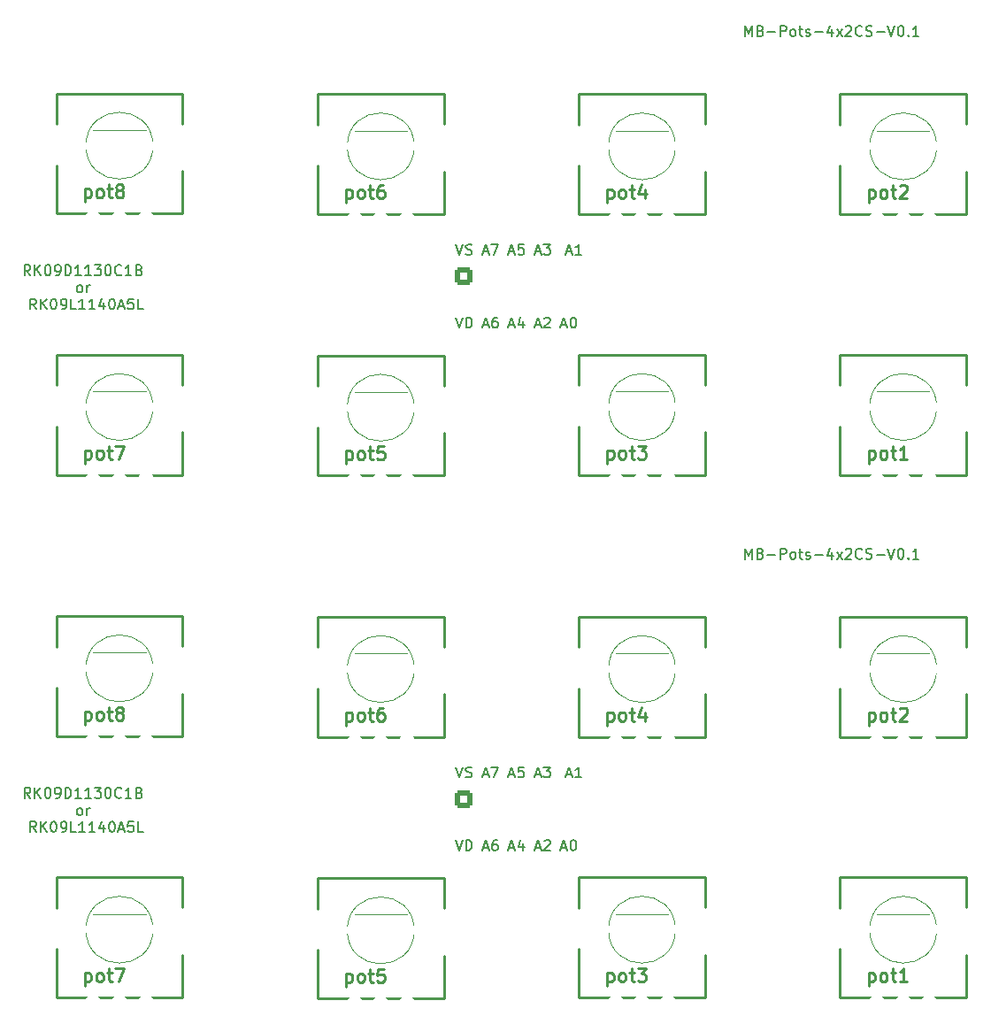
<source format=gto>
G04 #@! TF.GenerationSoftware,KiCad,Pcbnew,(7.0.0)*
G04 #@! TF.CreationDate,2023-05-19T01:27:26+02:00*
G04 #@! TF.ProjectId,Pot-X2,506f742d-5832-42e6-9b69-6361645f7063,rev?*
G04 #@! TF.SameCoordinates,Original*
G04 #@! TF.FileFunction,Legend,Top*
G04 #@! TF.FilePolarity,Positive*
%FSLAX46Y46*%
G04 Gerber Fmt 4.6, Leading zero omitted, Abs format (unit mm)*
G04 Created by KiCad (PCBNEW (7.0.0)) date 2023-05-19 01:27:26*
%MOMM*%
%LPD*%
G01*
G04 APERTURE LIST*
G04 Aperture macros list*
%AMRoundRect*
0 Rectangle with rounded corners*
0 $1 Rounding radius*
0 $2 $3 $4 $5 $6 $7 $8 $9 X,Y pos of 4 corners*
0 Add a 4 corners polygon primitive as box body*
4,1,4,$2,$3,$4,$5,$6,$7,$8,$9,$2,$3,0*
0 Add four circle primitives for the rounded corners*
1,1,$1+$1,$2,$3*
1,1,$1+$1,$4,$5*
1,1,$1+$1,$6,$7*
1,1,$1+$1,$8,$9*
0 Add four rect primitives between the rounded corners*
20,1,$1+$1,$2,$3,$4,$5,0*
20,1,$1+$1,$4,$5,$6,$7,0*
20,1,$1+$1,$6,$7,$8,$9,0*
20,1,$1+$1,$8,$9,$2,$3,0*%
G04 Aperture macros list end*
%ADD10C,0.150000*%
%ADD11C,0.254000*%
%ADD12C,0.120000*%
%ADD13O,1.500000X2.000000*%
%ADD14O,3.600000X3.300000*%
%ADD15C,3.200000*%
%ADD16O,30.000000X0.500000*%
%ADD17RoundRect,0.250000X-0.600000X0.600000X-0.600000X-0.600000X0.600000X-0.600000X0.600000X0.600000X0*%
%ADD18C,1.700000*%
G04 APERTURE END LIST*
D10*
X106690476Y-32867380D02*
X107023809Y-33867380D01*
X107023809Y-33867380D02*
X107357142Y-32867380D01*
X107642857Y-33819761D02*
X107785714Y-33867380D01*
X107785714Y-33867380D02*
X108023809Y-33867380D01*
X108023809Y-33867380D02*
X108119047Y-33819761D01*
X108119047Y-33819761D02*
X108166666Y-33772142D01*
X108166666Y-33772142D02*
X108214285Y-33676904D01*
X108214285Y-33676904D02*
X108214285Y-33581666D01*
X108214285Y-33581666D02*
X108166666Y-33486428D01*
X108166666Y-33486428D02*
X108119047Y-33438809D01*
X108119047Y-33438809D02*
X108023809Y-33391190D01*
X108023809Y-33391190D02*
X107833333Y-33343571D01*
X107833333Y-33343571D02*
X107738095Y-33295952D01*
X107738095Y-33295952D02*
X107690476Y-33248333D01*
X107690476Y-33248333D02*
X107642857Y-33153095D01*
X107642857Y-33153095D02*
X107642857Y-33057857D01*
X107642857Y-33057857D02*
X107690476Y-32962619D01*
X107690476Y-32962619D02*
X107738095Y-32915000D01*
X107738095Y-32915000D02*
X107833333Y-32867380D01*
X107833333Y-32867380D02*
X108071428Y-32867380D01*
X108071428Y-32867380D02*
X108214285Y-32915000D01*
X114285714Y-90581666D02*
X114761904Y-90581666D01*
X114190476Y-90867380D02*
X114523809Y-89867380D01*
X114523809Y-89867380D02*
X114857142Y-90867380D01*
X115142857Y-89962619D02*
X115190476Y-89915000D01*
X115190476Y-89915000D02*
X115285714Y-89867380D01*
X115285714Y-89867380D02*
X115523809Y-89867380D01*
X115523809Y-89867380D02*
X115619047Y-89915000D01*
X115619047Y-89915000D02*
X115666666Y-89962619D01*
X115666666Y-89962619D02*
X115714285Y-90057857D01*
X115714285Y-90057857D02*
X115714285Y-90153095D01*
X115714285Y-90153095D02*
X115666666Y-90295952D01*
X115666666Y-90295952D02*
X115095238Y-90867380D01*
X115095238Y-90867380D02*
X115714285Y-90867380D01*
X106666667Y-39867380D02*
X107000000Y-40867380D01*
X107000000Y-40867380D02*
X107333333Y-39867380D01*
X107666667Y-40867380D02*
X107666667Y-39867380D01*
X107666667Y-39867380D02*
X107904762Y-39867380D01*
X107904762Y-39867380D02*
X108047619Y-39915000D01*
X108047619Y-39915000D02*
X108142857Y-40010238D01*
X108142857Y-40010238D02*
X108190476Y-40105476D01*
X108190476Y-40105476D02*
X108238095Y-40295952D01*
X108238095Y-40295952D02*
X108238095Y-40438809D01*
X108238095Y-40438809D02*
X108190476Y-40629285D01*
X108190476Y-40629285D02*
X108142857Y-40724523D01*
X108142857Y-40724523D02*
X108047619Y-40819761D01*
X108047619Y-40819761D02*
X107904762Y-40867380D01*
X107904762Y-40867380D02*
X107666667Y-40867380D01*
X114285714Y-83581666D02*
X114761904Y-83581666D01*
X114190476Y-83867380D02*
X114523809Y-82867380D01*
X114523809Y-82867380D02*
X114857142Y-83867380D01*
X115095238Y-82867380D02*
X115714285Y-82867380D01*
X115714285Y-82867380D02*
X115380952Y-83248333D01*
X115380952Y-83248333D02*
X115523809Y-83248333D01*
X115523809Y-83248333D02*
X115619047Y-83295952D01*
X115619047Y-83295952D02*
X115666666Y-83343571D01*
X115666666Y-83343571D02*
X115714285Y-83438809D01*
X115714285Y-83438809D02*
X115714285Y-83676904D01*
X115714285Y-83676904D02*
X115666666Y-83772142D01*
X115666666Y-83772142D02*
X115619047Y-83819761D01*
X115619047Y-83819761D02*
X115523809Y-83867380D01*
X115523809Y-83867380D02*
X115238095Y-83867380D01*
X115238095Y-83867380D02*
X115142857Y-83819761D01*
X115142857Y-83819761D02*
X115095238Y-83772142D01*
X134364286Y-62967380D02*
X134364286Y-61967380D01*
X134364286Y-61967380D02*
X134697619Y-62681666D01*
X134697619Y-62681666D02*
X135030952Y-61967380D01*
X135030952Y-61967380D02*
X135030952Y-62967380D01*
X135840476Y-62443571D02*
X135983333Y-62491190D01*
X135983333Y-62491190D02*
X136030952Y-62538809D01*
X136030952Y-62538809D02*
X136078571Y-62634047D01*
X136078571Y-62634047D02*
X136078571Y-62776904D01*
X136078571Y-62776904D02*
X136030952Y-62872142D01*
X136030952Y-62872142D02*
X135983333Y-62919761D01*
X135983333Y-62919761D02*
X135888095Y-62967380D01*
X135888095Y-62967380D02*
X135507143Y-62967380D01*
X135507143Y-62967380D02*
X135507143Y-61967380D01*
X135507143Y-61967380D02*
X135840476Y-61967380D01*
X135840476Y-61967380D02*
X135935714Y-62015000D01*
X135935714Y-62015000D02*
X135983333Y-62062619D01*
X135983333Y-62062619D02*
X136030952Y-62157857D01*
X136030952Y-62157857D02*
X136030952Y-62253095D01*
X136030952Y-62253095D02*
X135983333Y-62348333D01*
X135983333Y-62348333D02*
X135935714Y-62395952D01*
X135935714Y-62395952D02*
X135840476Y-62443571D01*
X135840476Y-62443571D02*
X135507143Y-62443571D01*
X136507143Y-62586428D02*
X137269048Y-62586428D01*
X137745238Y-62967380D02*
X137745238Y-61967380D01*
X137745238Y-61967380D02*
X138126190Y-61967380D01*
X138126190Y-61967380D02*
X138221428Y-62015000D01*
X138221428Y-62015000D02*
X138269047Y-62062619D01*
X138269047Y-62062619D02*
X138316666Y-62157857D01*
X138316666Y-62157857D02*
X138316666Y-62300714D01*
X138316666Y-62300714D02*
X138269047Y-62395952D01*
X138269047Y-62395952D02*
X138221428Y-62443571D01*
X138221428Y-62443571D02*
X138126190Y-62491190D01*
X138126190Y-62491190D02*
X137745238Y-62491190D01*
X138888095Y-62967380D02*
X138792857Y-62919761D01*
X138792857Y-62919761D02*
X138745238Y-62872142D01*
X138745238Y-62872142D02*
X138697619Y-62776904D01*
X138697619Y-62776904D02*
X138697619Y-62491190D01*
X138697619Y-62491190D02*
X138745238Y-62395952D01*
X138745238Y-62395952D02*
X138792857Y-62348333D01*
X138792857Y-62348333D02*
X138888095Y-62300714D01*
X138888095Y-62300714D02*
X139030952Y-62300714D01*
X139030952Y-62300714D02*
X139126190Y-62348333D01*
X139126190Y-62348333D02*
X139173809Y-62395952D01*
X139173809Y-62395952D02*
X139221428Y-62491190D01*
X139221428Y-62491190D02*
X139221428Y-62776904D01*
X139221428Y-62776904D02*
X139173809Y-62872142D01*
X139173809Y-62872142D02*
X139126190Y-62919761D01*
X139126190Y-62919761D02*
X139030952Y-62967380D01*
X139030952Y-62967380D02*
X138888095Y-62967380D01*
X139507143Y-62300714D02*
X139888095Y-62300714D01*
X139650000Y-61967380D02*
X139650000Y-62824523D01*
X139650000Y-62824523D02*
X139697619Y-62919761D01*
X139697619Y-62919761D02*
X139792857Y-62967380D01*
X139792857Y-62967380D02*
X139888095Y-62967380D01*
X140173810Y-62919761D02*
X140269048Y-62967380D01*
X140269048Y-62967380D02*
X140459524Y-62967380D01*
X140459524Y-62967380D02*
X140554762Y-62919761D01*
X140554762Y-62919761D02*
X140602381Y-62824523D01*
X140602381Y-62824523D02*
X140602381Y-62776904D01*
X140602381Y-62776904D02*
X140554762Y-62681666D01*
X140554762Y-62681666D02*
X140459524Y-62634047D01*
X140459524Y-62634047D02*
X140316667Y-62634047D01*
X140316667Y-62634047D02*
X140221429Y-62586428D01*
X140221429Y-62586428D02*
X140173810Y-62491190D01*
X140173810Y-62491190D02*
X140173810Y-62443571D01*
X140173810Y-62443571D02*
X140221429Y-62348333D01*
X140221429Y-62348333D02*
X140316667Y-62300714D01*
X140316667Y-62300714D02*
X140459524Y-62300714D01*
X140459524Y-62300714D02*
X140554762Y-62348333D01*
X141030953Y-62586428D02*
X141792858Y-62586428D01*
X142697619Y-62300714D02*
X142697619Y-62967380D01*
X142459524Y-61919761D02*
X142221429Y-62634047D01*
X142221429Y-62634047D02*
X142840476Y-62634047D01*
X143126191Y-62967380D02*
X143650000Y-62300714D01*
X143126191Y-62300714D02*
X143650000Y-62967380D01*
X143983334Y-62062619D02*
X144030953Y-62015000D01*
X144030953Y-62015000D02*
X144126191Y-61967380D01*
X144126191Y-61967380D02*
X144364286Y-61967380D01*
X144364286Y-61967380D02*
X144459524Y-62015000D01*
X144459524Y-62015000D02*
X144507143Y-62062619D01*
X144507143Y-62062619D02*
X144554762Y-62157857D01*
X144554762Y-62157857D02*
X144554762Y-62253095D01*
X144554762Y-62253095D02*
X144507143Y-62395952D01*
X144507143Y-62395952D02*
X143935715Y-62967380D01*
X143935715Y-62967380D02*
X144554762Y-62967380D01*
X145554762Y-62872142D02*
X145507143Y-62919761D01*
X145507143Y-62919761D02*
X145364286Y-62967380D01*
X145364286Y-62967380D02*
X145269048Y-62967380D01*
X145269048Y-62967380D02*
X145126191Y-62919761D01*
X145126191Y-62919761D02*
X145030953Y-62824523D01*
X145030953Y-62824523D02*
X144983334Y-62729285D01*
X144983334Y-62729285D02*
X144935715Y-62538809D01*
X144935715Y-62538809D02*
X144935715Y-62395952D01*
X144935715Y-62395952D02*
X144983334Y-62205476D01*
X144983334Y-62205476D02*
X145030953Y-62110238D01*
X145030953Y-62110238D02*
X145126191Y-62015000D01*
X145126191Y-62015000D02*
X145269048Y-61967380D01*
X145269048Y-61967380D02*
X145364286Y-61967380D01*
X145364286Y-61967380D02*
X145507143Y-62015000D01*
X145507143Y-62015000D02*
X145554762Y-62062619D01*
X145935715Y-62919761D02*
X146078572Y-62967380D01*
X146078572Y-62967380D02*
X146316667Y-62967380D01*
X146316667Y-62967380D02*
X146411905Y-62919761D01*
X146411905Y-62919761D02*
X146459524Y-62872142D01*
X146459524Y-62872142D02*
X146507143Y-62776904D01*
X146507143Y-62776904D02*
X146507143Y-62681666D01*
X146507143Y-62681666D02*
X146459524Y-62586428D01*
X146459524Y-62586428D02*
X146411905Y-62538809D01*
X146411905Y-62538809D02*
X146316667Y-62491190D01*
X146316667Y-62491190D02*
X146126191Y-62443571D01*
X146126191Y-62443571D02*
X146030953Y-62395952D01*
X146030953Y-62395952D02*
X145983334Y-62348333D01*
X145983334Y-62348333D02*
X145935715Y-62253095D01*
X145935715Y-62253095D02*
X145935715Y-62157857D01*
X145935715Y-62157857D02*
X145983334Y-62062619D01*
X145983334Y-62062619D02*
X146030953Y-62015000D01*
X146030953Y-62015000D02*
X146126191Y-61967380D01*
X146126191Y-61967380D02*
X146364286Y-61967380D01*
X146364286Y-61967380D02*
X146507143Y-62015000D01*
X146935715Y-62586428D02*
X147697620Y-62586428D01*
X148030953Y-61967380D02*
X148364286Y-62967380D01*
X148364286Y-62967380D02*
X148697619Y-61967380D01*
X149221429Y-61967380D02*
X149316667Y-61967380D01*
X149316667Y-61967380D02*
X149411905Y-62015000D01*
X149411905Y-62015000D02*
X149459524Y-62062619D01*
X149459524Y-62062619D02*
X149507143Y-62157857D01*
X149507143Y-62157857D02*
X149554762Y-62348333D01*
X149554762Y-62348333D02*
X149554762Y-62586428D01*
X149554762Y-62586428D02*
X149507143Y-62776904D01*
X149507143Y-62776904D02*
X149459524Y-62872142D01*
X149459524Y-62872142D02*
X149411905Y-62919761D01*
X149411905Y-62919761D02*
X149316667Y-62967380D01*
X149316667Y-62967380D02*
X149221429Y-62967380D01*
X149221429Y-62967380D02*
X149126191Y-62919761D01*
X149126191Y-62919761D02*
X149078572Y-62872142D01*
X149078572Y-62872142D02*
X149030953Y-62776904D01*
X149030953Y-62776904D02*
X148983334Y-62586428D01*
X148983334Y-62586428D02*
X148983334Y-62348333D01*
X148983334Y-62348333D02*
X149030953Y-62157857D01*
X149030953Y-62157857D02*
X149078572Y-62062619D01*
X149078572Y-62062619D02*
X149126191Y-62015000D01*
X149126191Y-62015000D02*
X149221429Y-61967380D01*
X149983334Y-62872142D02*
X150030953Y-62919761D01*
X150030953Y-62919761D02*
X149983334Y-62967380D01*
X149983334Y-62967380D02*
X149935715Y-62919761D01*
X149935715Y-62919761D02*
X149983334Y-62872142D01*
X149983334Y-62872142D02*
X149983334Y-62967380D01*
X150983333Y-62967380D02*
X150411905Y-62967380D01*
X150697619Y-62967380D02*
X150697619Y-61967380D01*
X150697619Y-61967380D02*
X150602381Y-62110238D01*
X150602381Y-62110238D02*
X150507143Y-62205476D01*
X150507143Y-62205476D02*
X150411905Y-62253095D01*
X134364286Y-12967380D02*
X134364286Y-11967380D01*
X134364286Y-11967380D02*
X134697619Y-12681666D01*
X134697619Y-12681666D02*
X135030952Y-11967380D01*
X135030952Y-11967380D02*
X135030952Y-12967380D01*
X135840476Y-12443571D02*
X135983333Y-12491190D01*
X135983333Y-12491190D02*
X136030952Y-12538809D01*
X136030952Y-12538809D02*
X136078571Y-12634047D01*
X136078571Y-12634047D02*
X136078571Y-12776904D01*
X136078571Y-12776904D02*
X136030952Y-12872142D01*
X136030952Y-12872142D02*
X135983333Y-12919761D01*
X135983333Y-12919761D02*
X135888095Y-12967380D01*
X135888095Y-12967380D02*
X135507143Y-12967380D01*
X135507143Y-12967380D02*
X135507143Y-11967380D01*
X135507143Y-11967380D02*
X135840476Y-11967380D01*
X135840476Y-11967380D02*
X135935714Y-12015000D01*
X135935714Y-12015000D02*
X135983333Y-12062619D01*
X135983333Y-12062619D02*
X136030952Y-12157857D01*
X136030952Y-12157857D02*
X136030952Y-12253095D01*
X136030952Y-12253095D02*
X135983333Y-12348333D01*
X135983333Y-12348333D02*
X135935714Y-12395952D01*
X135935714Y-12395952D02*
X135840476Y-12443571D01*
X135840476Y-12443571D02*
X135507143Y-12443571D01*
X136507143Y-12586428D02*
X137269048Y-12586428D01*
X137745238Y-12967380D02*
X137745238Y-11967380D01*
X137745238Y-11967380D02*
X138126190Y-11967380D01*
X138126190Y-11967380D02*
X138221428Y-12015000D01*
X138221428Y-12015000D02*
X138269047Y-12062619D01*
X138269047Y-12062619D02*
X138316666Y-12157857D01*
X138316666Y-12157857D02*
X138316666Y-12300714D01*
X138316666Y-12300714D02*
X138269047Y-12395952D01*
X138269047Y-12395952D02*
X138221428Y-12443571D01*
X138221428Y-12443571D02*
X138126190Y-12491190D01*
X138126190Y-12491190D02*
X137745238Y-12491190D01*
X138888095Y-12967380D02*
X138792857Y-12919761D01*
X138792857Y-12919761D02*
X138745238Y-12872142D01*
X138745238Y-12872142D02*
X138697619Y-12776904D01*
X138697619Y-12776904D02*
X138697619Y-12491190D01*
X138697619Y-12491190D02*
X138745238Y-12395952D01*
X138745238Y-12395952D02*
X138792857Y-12348333D01*
X138792857Y-12348333D02*
X138888095Y-12300714D01*
X138888095Y-12300714D02*
X139030952Y-12300714D01*
X139030952Y-12300714D02*
X139126190Y-12348333D01*
X139126190Y-12348333D02*
X139173809Y-12395952D01*
X139173809Y-12395952D02*
X139221428Y-12491190D01*
X139221428Y-12491190D02*
X139221428Y-12776904D01*
X139221428Y-12776904D02*
X139173809Y-12872142D01*
X139173809Y-12872142D02*
X139126190Y-12919761D01*
X139126190Y-12919761D02*
X139030952Y-12967380D01*
X139030952Y-12967380D02*
X138888095Y-12967380D01*
X139507143Y-12300714D02*
X139888095Y-12300714D01*
X139650000Y-11967380D02*
X139650000Y-12824523D01*
X139650000Y-12824523D02*
X139697619Y-12919761D01*
X139697619Y-12919761D02*
X139792857Y-12967380D01*
X139792857Y-12967380D02*
X139888095Y-12967380D01*
X140173810Y-12919761D02*
X140269048Y-12967380D01*
X140269048Y-12967380D02*
X140459524Y-12967380D01*
X140459524Y-12967380D02*
X140554762Y-12919761D01*
X140554762Y-12919761D02*
X140602381Y-12824523D01*
X140602381Y-12824523D02*
X140602381Y-12776904D01*
X140602381Y-12776904D02*
X140554762Y-12681666D01*
X140554762Y-12681666D02*
X140459524Y-12634047D01*
X140459524Y-12634047D02*
X140316667Y-12634047D01*
X140316667Y-12634047D02*
X140221429Y-12586428D01*
X140221429Y-12586428D02*
X140173810Y-12491190D01*
X140173810Y-12491190D02*
X140173810Y-12443571D01*
X140173810Y-12443571D02*
X140221429Y-12348333D01*
X140221429Y-12348333D02*
X140316667Y-12300714D01*
X140316667Y-12300714D02*
X140459524Y-12300714D01*
X140459524Y-12300714D02*
X140554762Y-12348333D01*
X141030953Y-12586428D02*
X141792858Y-12586428D01*
X142697619Y-12300714D02*
X142697619Y-12967380D01*
X142459524Y-11919761D02*
X142221429Y-12634047D01*
X142221429Y-12634047D02*
X142840476Y-12634047D01*
X143126191Y-12967380D02*
X143650000Y-12300714D01*
X143126191Y-12300714D02*
X143650000Y-12967380D01*
X143983334Y-12062619D02*
X144030953Y-12015000D01*
X144030953Y-12015000D02*
X144126191Y-11967380D01*
X144126191Y-11967380D02*
X144364286Y-11967380D01*
X144364286Y-11967380D02*
X144459524Y-12015000D01*
X144459524Y-12015000D02*
X144507143Y-12062619D01*
X144507143Y-12062619D02*
X144554762Y-12157857D01*
X144554762Y-12157857D02*
X144554762Y-12253095D01*
X144554762Y-12253095D02*
X144507143Y-12395952D01*
X144507143Y-12395952D02*
X143935715Y-12967380D01*
X143935715Y-12967380D02*
X144554762Y-12967380D01*
X145554762Y-12872142D02*
X145507143Y-12919761D01*
X145507143Y-12919761D02*
X145364286Y-12967380D01*
X145364286Y-12967380D02*
X145269048Y-12967380D01*
X145269048Y-12967380D02*
X145126191Y-12919761D01*
X145126191Y-12919761D02*
X145030953Y-12824523D01*
X145030953Y-12824523D02*
X144983334Y-12729285D01*
X144983334Y-12729285D02*
X144935715Y-12538809D01*
X144935715Y-12538809D02*
X144935715Y-12395952D01*
X144935715Y-12395952D02*
X144983334Y-12205476D01*
X144983334Y-12205476D02*
X145030953Y-12110238D01*
X145030953Y-12110238D02*
X145126191Y-12015000D01*
X145126191Y-12015000D02*
X145269048Y-11967380D01*
X145269048Y-11967380D02*
X145364286Y-11967380D01*
X145364286Y-11967380D02*
X145507143Y-12015000D01*
X145507143Y-12015000D02*
X145554762Y-12062619D01*
X145935715Y-12919761D02*
X146078572Y-12967380D01*
X146078572Y-12967380D02*
X146316667Y-12967380D01*
X146316667Y-12967380D02*
X146411905Y-12919761D01*
X146411905Y-12919761D02*
X146459524Y-12872142D01*
X146459524Y-12872142D02*
X146507143Y-12776904D01*
X146507143Y-12776904D02*
X146507143Y-12681666D01*
X146507143Y-12681666D02*
X146459524Y-12586428D01*
X146459524Y-12586428D02*
X146411905Y-12538809D01*
X146411905Y-12538809D02*
X146316667Y-12491190D01*
X146316667Y-12491190D02*
X146126191Y-12443571D01*
X146126191Y-12443571D02*
X146030953Y-12395952D01*
X146030953Y-12395952D02*
X145983334Y-12348333D01*
X145983334Y-12348333D02*
X145935715Y-12253095D01*
X145935715Y-12253095D02*
X145935715Y-12157857D01*
X145935715Y-12157857D02*
X145983334Y-12062619D01*
X145983334Y-12062619D02*
X146030953Y-12015000D01*
X146030953Y-12015000D02*
X146126191Y-11967380D01*
X146126191Y-11967380D02*
X146364286Y-11967380D01*
X146364286Y-11967380D02*
X146507143Y-12015000D01*
X146935715Y-12586428D02*
X147697620Y-12586428D01*
X148030953Y-11967380D02*
X148364286Y-12967380D01*
X148364286Y-12967380D02*
X148697619Y-11967380D01*
X149221429Y-11967380D02*
X149316667Y-11967380D01*
X149316667Y-11967380D02*
X149411905Y-12015000D01*
X149411905Y-12015000D02*
X149459524Y-12062619D01*
X149459524Y-12062619D02*
X149507143Y-12157857D01*
X149507143Y-12157857D02*
X149554762Y-12348333D01*
X149554762Y-12348333D02*
X149554762Y-12586428D01*
X149554762Y-12586428D02*
X149507143Y-12776904D01*
X149507143Y-12776904D02*
X149459524Y-12872142D01*
X149459524Y-12872142D02*
X149411905Y-12919761D01*
X149411905Y-12919761D02*
X149316667Y-12967380D01*
X149316667Y-12967380D02*
X149221429Y-12967380D01*
X149221429Y-12967380D02*
X149126191Y-12919761D01*
X149126191Y-12919761D02*
X149078572Y-12872142D01*
X149078572Y-12872142D02*
X149030953Y-12776904D01*
X149030953Y-12776904D02*
X148983334Y-12586428D01*
X148983334Y-12586428D02*
X148983334Y-12348333D01*
X148983334Y-12348333D02*
X149030953Y-12157857D01*
X149030953Y-12157857D02*
X149078572Y-12062619D01*
X149078572Y-12062619D02*
X149126191Y-12015000D01*
X149126191Y-12015000D02*
X149221429Y-11967380D01*
X149983334Y-12872142D02*
X150030953Y-12919761D01*
X150030953Y-12919761D02*
X149983334Y-12967380D01*
X149983334Y-12967380D02*
X149935715Y-12919761D01*
X149935715Y-12919761D02*
X149983334Y-12872142D01*
X149983334Y-12872142D02*
X149983334Y-12967380D01*
X150983333Y-12967380D02*
X150411905Y-12967380D01*
X150697619Y-12967380D02*
X150697619Y-11967380D01*
X150697619Y-11967380D02*
X150602381Y-12110238D01*
X150602381Y-12110238D02*
X150507143Y-12205476D01*
X150507143Y-12205476D02*
X150411905Y-12253095D01*
X106666667Y-89867380D02*
X107000000Y-90867380D01*
X107000000Y-90867380D02*
X107333333Y-89867380D01*
X107666667Y-90867380D02*
X107666667Y-89867380D01*
X107666667Y-89867380D02*
X107904762Y-89867380D01*
X107904762Y-89867380D02*
X108047619Y-89915000D01*
X108047619Y-89915000D02*
X108142857Y-90010238D01*
X108142857Y-90010238D02*
X108190476Y-90105476D01*
X108190476Y-90105476D02*
X108238095Y-90295952D01*
X108238095Y-90295952D02*
X108238095Y-90438809D01*
X108238095Y-90438809D02*
X108190476Y-90629285D01*
X108190476Y-90629285D02*
X108142857Y-90724523D01*
X108142857Y-90724523D02*
X108047619Y-90819761D01*
X108047619Y-90819761D02*
X107904762Y-90867380D01*
X107904762Y-90867380D02*
X107666667Y-90867380D01*
X117285714Y-83581666D02*
X117761904Y-83581666D01*
X117190476Y-83867380D02*
X117523809Y-82867380D01*
X117523809Y-82867380D02*
X117857142Y-83867380D01*
X118714285Y-83867380D02*
X118142857Y-83867380D01*
X118428571Y-83867380D02*
X118428571Y-82867380D01*
X118428571Y-82867380D02*
X118333333Y-83010238D01*
X118333333Y-83010238D02*
X118238095Y-83105476D01*
X118238095Y-83105476D02*
X118142857Y-83153095D01*
X109285714Y-40581666D02*
X109761904Y-40581666D01*
X109190476Y-40867380D02*
X109523809Y-39867380D01*
X109523809Y-39867380D02*
X109857142Y-40867380D01*
X110619047Y-39867380D02*
X110428571Y-39867380D01*
X110428571Y-39867380D02*
X110333333Y-39915000D01*
X110333333Y-39915000D02*
X110285714Y-39962619D01*
X110285714Y-39962619D02*
X110190476Y-40105476D01*
X110190476Y-40105476D02*
X110142857Y-40295952D01*
X110142857Y-40295952D02*
X110142857Y-40676904D01*
X110142857Y-40676904D02*
X110190476Y-40772142D01*
X110190476Y-40772142D02*
X110238095Y-40819761D01*
X110238095Y-40819761D02*
X110333333Y-40867380D01*
X110333333Y-40867380D02*
X110523809Y-40867380D01*
X110523809Y-40867380D02*
X110619047Y-40819761D01*
X110619047Y-40819761D02*
X110666666Y-40772142D01*
X110666666Y-40772142D02*
X110714285Y-40676904D01*
X110714285Y-40676904D02*
X110714285Y-40438809D01*
X110714285Y-40438809D02*
X110666666Y-40343571D01*
X110666666Y-40343571D02*
X110619047Y-40295952D01*
X110619047Y-40295952D02*
X110523809Y-40248333D01*
X110523809Y-40248333D02*
X110333333Y-40248333D01*
X110333333Y-40248333D02*
X110238095Y-40295952D01*
X110238095Y-40295952D02*
X110190476Y-40343571D01*
X110190476Y-40343571D02*
X110142857Y-40438809D01*
X65976190Y-35847380D02*
X65642857Y-35371190D01*
X65404762Y-35847380D02*
X65404762Y-34847380D01*
X65404762Y-34847380D02*
X65785714Y-34847380D01*
X65785714Y-34847380D02*
X65880952Y-34895000D01*
X65880952Y-34895000D02*
X65928571Y-34942619D01*
X65928571Y-34942619D02*
X65976190Y-35037857D01*
X65976190Y-35037857D02*
X65976190Y-35180714D01*
X65976190Y-35180714D02*
X65928571Y-35275952D01*
X65928571Y-35275952D02*
X65880952Y-35323571D01*
X65880952Y-35323571D02*
X65785714Y-35371190D01*
X65785714Y-35371190D02*
X65404762Y-35371190D01*
X66404762Y-35847380D02*
X66404762Y-34847380D01*
X66976190Y-35847380D02*
X66547619Y-35275952D01*
X66976190Y-34847380D02*
X66404762Y-35418809D01*
X67595238Y-34847380D02*
X67690476Y-34847380D01*
X67690476Y-34847380D02*
X67785714Y-34895000D01*
X67785714Y-34895000D02*
X67833333Y-34942619D01*
X67833333Y-34942619D02*
X67880952Y-35037857D01*
X67880952Y-35037857D02*
X67928571Y-35228333D01*
X67928571Y-35228333D02*
X67928571Y-35466428D01*
X67928571Y-35466428D02*
X67880952Y-35656904D01*
X67880952Y-35656904D02*
X67833333Y-35752142D01*
X67833333Y-35752142D02*
X67785714Y-35799761D01*
X67785714Y-35799761D02*
X67690476Y-35847380D01*
X67690476Y-35847380D02*
X67595238Y-35847380D01*
X67595238Y-35847380D02*
X67500000Y-35799761D01*
X67500000Y-35799761D02*
X67452381Y-35752142D01*
X67452381Y-35752142D02*
X67404762Y-35656904D01*
X67404762Y-35656904D02*
X67357143Y-35466428D01*
X67357143Y-35466428D02*
X67357143Y-35228333D01*
X67357143Y-35228333D02*
X67404762Y-35037857D01*
X67404762Y-35037857D02*
X67452381Y-34942619D01*
X67452381Y-34942619D02*
X67500000Y-34895000D01*
X67500000Y-34895000D02*
X67595238Y-34847380D01*
X68404762Y-35847380D02*
X68595238Y-35847380D01*
X68595238Y-35847380D02*
X68690476Y-35799761D01*
X68690476Y-35799761D02*
X68738095Y-35752142D01*
X68738095Y-35752142D02*
X68833333Y-35609285D01*
X68833333Y-35609285D02*
X68880952Y-35418809D01*
X68880952Y-35418809D02*
X68880952Y-35037857D01*
X68880952Y-35037857D02*
X68833333Y-34942619D01*
X68833333Y-34942619D02*
X68785714Y-34895000D01*
X68785714Y-34895000D02*
X68690476Y-34847380D01*
X68690476Y-34847380D02*
X68500000Y-34847380D01*
X68500000Y-34847380D02*
X68404762Y-34895000D01*
X68404762Y-34895000D02*
X68357143Y-34942619D01*
X68357143Y-34942619D02*
X68309524Y-35037857D01*
X68309524Y-35037857D02*
X68309524Y-35275952D01*
X68309524Y-35275952D02*
X68357143Y-35371190D01*
X68357143Y-35371190D02*
X68404762Y-35418809D01*
X68404762Y-35418809D02*
X68500000Y-35466428D01*
X68500000Y-35466428D02*
X68690476Y-35466428D01*
X68690476Y-35466428D02*
X68785714Y-35418809D01*
X68785714Y-35418809D02*
X68833333Y-35371190D01*
X68833333Y-35371190D02*
X68880952Y-35275952D01*
X69309524Y-35847380D02*
X69309524Y-34847380D01*
X69309524Y-34847380D02*
X69547619Y-34847380D01*
X69547619Y-34847380D02*
X69690476Y-34895000D01*
X69690476Y-34895000D02*
X69785714Y-34990238D01*
X69785714Y-34990238D02*
X69833333Y-35085476D01*
X69833333Y-35085476D02*
X69880952Y-35275952D01*
X69880952Y-35275952D02*
X69880952Y-35418809D01*
X69880952Y-35418809D02*
X69833333Y-35609285D01*
X69833333Y-35609285D02*
X69785714Y-35704523D01*
X69785714Y-35704523D02*
X69690476Y-35799761D01*
X69690476Y-35799761D02*
X69547619Y-35847380D01*
X69547619Y-35847380D02*
X69309524Y-35847380D01*
X70833333Y-35847380D02*
X70261905Y-35847380D01*
X70547619Y-35847380D02*
X70547619Y-34847380D01*
X70547619Y-34847380D02*
X70452381Y-34990238D01*
X70452381Y-34990238D02*
X70357143Y-35085476D01*
X70357143Y-35085476D02*
X70261905Y-35133095D01*
X71785714Y-35847380D02*
X71214286Y-35847380D01*
X71500000Y-35847380D02*
X71500000Y-34847380D01*
X71500000Y-34847380D02*
X71404762Y-34990238D01*
X71404762Y-34990238D02*
X71309524Y-35085476D01*
X71309524Y-35085476D02*
X71214286Y-35133095D01*
X72119048Y-34847380D02*
X72738095Y-34847380D01*
X72738095Y-34847380D02*
X72404762Y-35228333D01*
X72404762Y-35228333D02*
X72547619Y-35228333D01*
X72547619Y-35228333D02*
X72642857Y-35275952D01*
X72642857Y-35275952D02*
X72690476Y-35323571D01*
X72690476Y-35323571D02*
X72738095Y-35418809D01*
X72738095Y-35418809D02*
X72738095Y-35656904D01*
X72738095Y-35656904D02*
X72690476Y-35752142D01*
X72690476Y-35752142D02*
X72642857Y-35799761D01*
X72642857Y-35799761D02*
X72547619Y-35847380D01*
X72547619Y-35847380D02*
X72261905Y-35847380D01*
X72261905Y-35847380D02*
X72166667Y-35799761D01*
X72166667Y-35799761D02*
X72119048Y-35752142D01*
X73357143Y-34847380D02*
X73452381Y-34847380D01*
X73452381Y-34847380D02*
X73547619Y-34895000D01*
X73547619Y-34895000D02*
X73595238Y-34942619D01*
X73595238Y-34942619D02*
X73642857Y-35037857D01*
X73642857Y-35037857D02*
X73690476Y-35228333D01*
X73690476Y-35228333D02*
X73690476Y-35466428D01*
X73690476Y-35466428D02*
X73642857Y-35656904D01*
X73642857Y-35656904D02*
X73595238Y-35752142D01*
X73595238Y-35752142D02*
X73547619Y-35799761D01*
X73547619Y-35799761D02*
X73452381Y-35847380D01*
X73452381Y-35847380D02*
X73357143Y-35847380D01*
X73357143Y-35847380D02*
X73261905Y-35799761D01*
X73261905Y-35799761D02*
X73214286Y-35752142D01*
X73214286Y-35752142D02*
X73166667Y-35656904D01*
X73166667Y-35656904D02*
X73119048Y-35466428D01*
X73119048Y-35466428D02*
X73119048Y-35228333D01*
X73119048Y-35228333D02*
X73166667Y-35037857D01*
X73166667Y-35037857D02*
X73214286Y-34942619D01*
X73214286Y-34942619D02*
X73261905Y-34895000D01*
X73261905Y-34895000D02*
X73357143Y-34847380D01*
X74690476Y-35752142D02*
X74642857Y-35799761D01*
X74642857Y-35799761D02*
X74500000Y-35847380D01*
X74500000Y-35847380D02*
X74404762Y-35847380D01*
X74404762Y-35847380D02*
X74261905Y-35799761D01*
X74261905Y-35799761D02*
X74166667Y-35704523D01*
X74166667Y-35704523D02*
X74119048Y-35609285D01*
X74119048Y-35609285D02*
X74071429Y-35418809D01*
X74071429Y-35418809D02*
X74071429Y-35275952D01*
X74071429Y-35275952D02*
X74119048Y-35085476D01*
X74119048Y-35085476D02*
X74166667Y-34990238D01*
X74166667Y-34990238D02*
X74261905Y-34895000D01*
X74261905Y-34895000D02*
X74404762Y-34847380D01*
X74404762Y-34847380D02*
X74500000Y-34847380D01*
X74500000Y-34847380D02*
X74642857Y-34895000D01*
X74642857Y-34895000D02*
X74690476Y-34942619D01*
X75642857Y-35847380D02*
X75071429Y-35847380D01*
X75357143Y-35847380D02*
X75357143Y-34847380D01*
X75357143Y-34847380D02*
X75261905Y-34990238D01*
X75261905Y-34990238D02*
X75166667Y-35085476D01*
X75166667Y-35085476D02*
X75071429Y-35133095D01*
X76404762Y-35323571D02*
X76547619Y-35371190D01*
X76547619Y-35371190D02*
X76595238Y-35418809D01*
X76595238Y-35418809D02*
X76642857Y-35514047D01*
X76642857Y-35514047D02*
X76642857Y-35656904D01*
X76642857Y-35656904D02*
X76595238Y-35752142D01*
X76595238Y-35752142D02*
X76547619Y-35799761D01*
X76547619Y-35799761D02*
X76452381Y-35847380D01*
X76452381Y-35847380D02*
X76071429Y-35847380D01*
X76071429Y-35847380D02*
X76071429Y-34847380D01*
X76071429Y-34847380D02*
X76404762Y-34847380D01*
X76404762Y-34847380D02*
X76500000Y-34895000D01*
X76500000Y-34895000D02*
X76547619Y-34942619D01*
X76547619Y-34942619D02*
X76595238Y-35037857D01*
X76595238Y-35037857D02*
X76595238Y-35133095D01*
X76595238Y-35133095D02*
X76547619Y-35228333D01*
X76547619Y-35228333D02*
X76500000Y-35275952D01*
X76500000Y-35275952D02*
X76404762Y-35323571D01*
X76404762Y-35323571D02*
X76071429Y-35323571D01*
X70619047Y-37467380D02*
X70523809Y-37419761D01*
X70523809Y-37419761D02*
X70476190Y-37372142D01*
X70476190Y-37372142D02*
X70428571Y-37276904D01*
X70428571Y-37276904D02*
X70428571Y-36991190D01*
X70428571Y-36991190D02*
X70476190Y-36895952D01*
X70476190Y-36895952D02*
X70523809Y-36848333D01*
X70523809Y-36848333D02*
X70619047Y-36800714D01*
X70619047Y-36800714D02*
X70761904Y-36800714D01*
X70761904Y-36800714D02*
X70857142Y-36848333D01*
X70857142Y-36848333D02*
X70904761Y-36895952D01*
X70904761Y-36895952D02*
X70952380Y-36991190D01*
X70952380Y-36991190D02*
X70952380Y-37276904D01*
X70952380Y-37276904D02*
X70904761Y-37372142D01*
X70904761Y-37372142D02*
X70857142Y-37419761D01*
X70857142Y-37419761D02*
X70761904Y-37467380D01*
X70761904Y-37467380D02*
X70619047Y-37467380D01*
X71380952Y-37467380D02*
X71380952Y-36800714D01*
X71380952Y-36991190D02*
X71428571Y-36895952D01*
X71428571Y-36895952D02*
X71476190Y-36848333D01*
X71476190Y-36848333D02*
X71571428Y-36800714D01*
X71571428Y-36800714D02*
X71666666Y-36800714D01*
X66538094Y-39087380D02*
X66204761Y-38611190D01*
X65966666Y-39087380D02*
X65966666Y-38087380D01*
X65966666Y-38087380D02*
X66347618Y-38087380D01*
X66347618Y-38087380D02*
X66442856Y-38135000D01*
X66442856Y-38135000D02*
X66490475Y-38182619D01*
X66490475Y-38182619D02*
X66538094Y-38277857D01*
X66538094Y-38277857D02*
X66538094Y-38420714D01*
X66538094Y-38420714D02*
X66490475Y-38515952D01*
X66490475Y-38515952D02*
X66442856Y-38563571D01*
X66442856Y-38563571D02*
X66347618Y-38611190D01*
X66347618Y-38611190D02*
X65966666Y-38611190D01*
X66966666Y-39087380D02*
X66966666Y-38087380D01*
X67538094Y-39087380D02*
X67109523Y-38515952D01*
X67538094Y-38087380D02*
X66966666Y-38658809D01*
X68157142Y-38087380D02*
X68252380Y-38087380D01*
X68252380Y-38087380D02*
X68347618Y-38135000D01*
X68347618Y-38135000D02*
X68395237Y-38182619D01*
X68395237Y-38182619D02*
X68442856Y-38277857D01*
X68442856Y-38277857D02*
X68490475Y-38468333D01*
X68490475Y-38468333D02*
X68490475Y-38706428D01*
X68490475Y-38706428D02*
X68442856Y-38896904D01*
X68442856Y-38896904D02*
X68395237Y-38992142D01*
X68395237Y-38992142D02*
X68347618Y-39039761D01*
X68347618Y-39039761D02*
X68252380Y-39087380D01*
X68252380Y-39087380D02*
X68157142Y-39087380D01*
X68157142Y-39087380D02*
X68061904Y-39039761D01*
X68061904Y-39039761D02*
X68014285Y-38992142D01*
X68014285Y-38992142D02*
X67966666Y-38896904D01*
X67966666Y-38896904D02*
X67919047Y-38706428D01*
X67919047Y-38706428D02*
X67919047Y-38468333D01*
X67919047Y-38468333D02*
X67966666Y-38277857D01*
X67966666Y-38277857D02*
X68014285Y-38182619D01*
X68014285Y-38182619D02*
X68061904Y-38135000D01*
X68061904Y-38135000D02*
X68157142Y-38087380D01*
X68966666Y-39087380D02*
X69157142Y-39087380D01*
X69157142Y-39087380D02*
X69252380Y-39039761D01*
X69252380Y-39039761D02*
X69299999Y-38992142D01*
X69299999Y-38992142D02*
X69395237Y-38849285D01*
X69395237Y-38849285D02*
X69442856Y-38658809D01*
X69442856Y-38658809D02*
X69442856Y-38277857D01*
X69442856Y-38277857D02*
X69395237Y-38182619D01*
X69395237Y-38182619D02*
X69347618Y-38135000D01*
X69347618Y-38135000D02*
X69252380Y-38087380D01*
X69252380Y-38087380D02*
X69061904Y-38087380D01*
X69061904Y-38087380D02*
X68966666Y-38135000D01*
X68966666Y-38135000D02*
X68919047Y-38182619D01*
X68919047Y-38182619D02*
X68871428Y-38277857D01*
X68871428Y-38277857D02*
X68871428Y-38515952D01*
X68871428Y-38515952D02*
X68919047Y-38611190D01*
X68919047Y-38611190D02*
X68966666Y-38658809D01*
X68966666Y-38658809D02*
X69061904Y-38706428D01*
X69061904Y-38706428D02*
X69252380Y-38706428D01*
X69252380Y-38706428D02*
X69347618Y-38658809D01*
X69347618Y-38658809D02*
X69395237Y-38611190D01*
X69395237Y-38611190D02*
X69442856Y-38515952D01*
X70347618Y-39087380D02*
X69871428Y-39087380D01*
X69871428Y-39087380D02*
X69871428Y-38087380D01*
X71204761Y-39087380D02*
X70633333Y-39087380D01*
X70919047Y-39087380D02*
X70919047Y-38087380D01*
X70919047Y-38087380D02*
X70823809Y-38230238D01*
X70823809Y-38230238D02*
X70728571Y-38325476D01*
X70728571Y-38325476D02*
X70633333Y-38373095D01*
X72157142Y-39087380D02*
X71585714Y-39087380D01*
X71871428Y-39087380D02*
X71871428Y-38087380D01*
X71871428Y-38087380D02*
X71776190Y-38230238D01*
X71776190Y-38230238D02*
X71680952Y-38325476D01*
X71680952Y-38325476D02*
X71585714Y-38373095D01*
X73014285Y-38420714D02*
X73014285Y-39087380D01*
X72776190Y-38039761D02*
X72538095Y-38754047D01*
X72538095Y-38754047D02*
X73157142Y-38754047D01*
X73728571Y-38087380D02*
X73823809Y-38087380D01*
X73823809Y-38087380D02*
X73919047Y-38135000D01*
X73919047Y-38135000D02*
X73966666Y-38182619D01*
X73966666Y-38182619D02*
X74014285Y-38277857D01*
X74014285Y-38277857D02*
X74061904Y-38468333D01*
X74061904Y-38468333D02*
X74061904Y-38706428D01*
X74061904Y-38706428D02*
X74014285Y-38896904D01*
X74014285Y-38896904D02*
X73966666Y-38992142D01*
X73966666Y-38992142D02*
X73919047Y-39039761D01*
X73919047Y-39039761D02*
X73823809Y-39087380D01*
X73823809Y-39087380D02*
X73728571Y-39087380D01*
X73728571Y-39087380D02*
X73633333Y-39039761D01*
X73633333Y-39039761D02*
X73585714Y-38992142D01*
X73585714Y-38992142D02*
X73538095Y-38896904D01*
X73538095Y-38896904D02*
X73490476Y-38706428D01*
X73490476Y-38706428D02*
X73490476Y-38468333D01*
X73490476Y-38468333D02*
X73538095Y-38277857D01*
X73538095Y-38277857D02*
X73585714Y-38182619D01*
X73585714Y-38182619D02*
X73633333Y-38135000D01*
X73633333Y-38135000D02*
X73728571Y-38087380D01*
X74442857Y-38801666D02*
X74919047Y-38801666D01*
X74347619Y-39087380D02*
X74680952Y-38087380D01*
X74680952Y-38087380D02*
X75014285Y-39087380D01*
X75823809Y-38087380D02*
X75347619Y-38087380D01*
X75347619Y-38087380D02*
X75300000Y-38563571D01*
X75300000Y-38563571D02*
X75347619Y-38515952D01*
X75347619Y-38515952D02*
X75442857Y-38468333D01*
X75442857Y-38468333D02*
X75680952Y-38468333D01*
X75680952Y-38468333D02*
X75776190Y-38515952D01*
X75776190Y-38515952D02*
X75823809Y-38563571D01*
X75823809Y-38563571D02*
X75871428Y-38658809D01*
X75871428Y-38658809D02*
X75871428Y-38896904D01*
X75871428Y-38896904D02*
X75823809Y-38992142D01*
X75823809Y-38992142D02*
X75776190Y-39039761D01*
X75776190Y-39039761D02*
X75680952Y-39087380D01*
X75680952Y-39087380D02*
X75442857Y-39087380D01*
X75442857Y-39087380D02*
X75347619Y-39039761D01*
X75347619Y-39039761D02*
X75300000Y-38992142D01*
X76776190Y-39087380D02*
X76300000Y-39087380D01*
X76300000Y-39087380D02*
X76300000Y-38087380D01*
X106690476Y-82867380D02*
X107023809Y-83867380D01*
X107023809Y-83867380D02*
X107357142Y-82867380D01*
X107642857Y-83819761D02*
X107785714Y-83867380D01*
X107785714Y-83867380D02*
X108023809Y-83867380D01*
X108023809Y-83867380D02*
X108119047Y-83819761D01*
X108119047Y-83819761D02*
X108166666Y-83772142D01*
X108166666Y-83772142D02*
X108214285Y-83676904D01*
X108214285Y-83676904D02*
X108214285Y-83581666D01*
X108214285Y-83581666D02*
X108166666Y-83486428D01*
X108166666Y-83486428D02*
X108119047Y-83438809D01*
X108119047Y-83438809D02*
X108023809Y-83391190D01*
X108023809Y-83391190D02*
X107833333Y-83343571D01*
X107833333Y-83343571D02*
X107738095Y-83295952D01*
X107738095Y-83295952D02*
X107690476Y-83248333D01*
X107690476Y-83248333D02*
X107642857Y-83153095D01*
X107642857Y-83153095D02*
X107642857Y-83057857D01*
X107642857Y-83057857D02*
X107690476Y-82962619D01*
X107690476Y-82962619D02*
X107738095Y-82915000D01*
X107738095Y-82915000D02*
X107833333Y-82867380D01*
X107833333Y-82867380D02*
X108071428Y-82867380D01*
X108071428Y-82867380D02*
X108214285Y-82915000D01*
X116785714Y-90581666D02*
X117261904Y-90581666D01*
X116690476Y-90867380D02*
X117023809Y-89867380D01*
X117023809Y-89867380D02*
X117357142Y-90867380D01*
X117880952Y-89867380D02*
X117976190Y-89867380D01*
X117976190Y-89867380D02*
X118071428Y-89915000D01*
X118071428Y-89915000D02*
X118119047Y-89962619D01*
X118119047Y-89962619D02*
X118166666Y-90057857D01*
X118166666Y-90057857D02*
X118214285Y-90248333D01*
X118214285Y-90248333D02*
X118214285Y-90486428D01*
X118214285Y-90486428D02*
X118166666Y-90676904D01*
X118166666Y-90676904D02*
X118119047Y-90772142D01*
X118119047Y-90772142D02*
X118071428Y-90819761D01*
X118071428Y-90819761D02*
X117976190Y-90867380D01*
X117976190Y-90867380D02*
X117880952Y-90867380D01*
X117880952Y-90867380D02*
X117785714Y-90819761D01*
X117785714Y-90819761D02*
X117738095Y-90772142D01*
X117738095Y-90772142D02*
X117690476Y-90676904D01*
X117690476Y-90676904D02*
X117642857Y-90486428D01*
X117642857Y-90486428D02*
X117642857Y-90248333D01*
X117642857Y-90248333D02*
X117690476Y-90057857D01*
X117690476Y-90057857D02*
X117738095Y-89962619D01*
X117738095Y-89962619D02*
X117785714Y-89915000D01*
X117785714Y-89915000D02*
X117880952Y-89867380D01*
X109285714Y-83581666D02*
X109761904Y-83581666D01*
X109190476Y-83867380D02*
X109523809Y-82867380D01*
X109523809Y-82867380D02*
X109857142Y-83867380D01*
X110095238Y-82867380D02*
X110761904Y-82867380D01*
X110761904Y-82867380D02*
X110333333Y-83867380D01*
X109285714Y-33581666D02*
X109761904Y-33581666D01*
X109190476Y-33867380D02*
X109523809Y-32867380D01*
X109523809Y-32867380D02*
X109857142Y-33867380D01*
X110095238Y-32867380D02*
X110761904Y-32867380D01*
X110761904Y-32867380D02*
X110333333Y-33867380D01*
X65976190Y-85847380D02*
X65642857Y-85371190D01*
X65404762Y-85847380D02*
X65404762Y-84847380D01*
X65404762Y-84847380D02*
X65785714Y-84847380D01*
X65785714Y-84847380D02*
X65880952Y-84895000D01*
X65880952Y-84895000D02*
X65928571Y-84942619D01*
X65928571Y-84942619D02*
X65976190Y-85037857D01*
X65976190Y-85037857D02*
X65976190Y-85180714D01*
X65976190Y-85180714D02*
X65928571Y-85275952D01*
X65928571Y-85275952D02*
X65880952Y-85323571D01*
X65880952Y-85323571D02*
X65785714Y-85371190D01*
X65785714Y-85371190D02*
X65404762Y-85371190D01*
X66404762Y-85847380D02*
X66404762Y-84847380D01*
X66976190Y-85847380D02*
X66547619Y-85275952D01*
X66976190Y-84847380D02*
X66404762Y-85418809D01*
X67595238Y-84847380D02*
X67690476Y-84847380D01*
X67690476Y-84847380D02*
X67785714Y-84895000D01*
X67785714Y-84895000D02*
X67833333Y-84942619D01*
X67833333Y-84942619D02*
X67880952Y-85037857D01*
X67880952Y-85037857D02*
X67928571Y-85228333D01*
X67928571Y-85228333D02*
X67928571Y-85466428D01*
X67928571Y-85466428D02*
X67880952Y-85656904D01*
X67880952Y-85656904D02*
X67833333Y-85752142D01*
X67833333Y-85752142D02*
X67785714Y-85799761D01*
X67785714Y-85799761D02*
X67690476Y-85847380D01*
X67690476Y-85847380D02*
X67595238Y-85847380D01*
X67595238Y-85847380D02*
X67500000Y-85799761D01*
X67500000Y-85799761D02*
X67452381Y-85752142D01*
X67452381Y-85752142D02*
X67404762Y-85656904D01*
X67404762Y-85656904D02*
X67357143Y-85466428D01*
X67357143Y-85466428D02*
X67357143Y-85228333D01*
X67357143Y-85228333D02*
X67404762Y-85037857D01*
X67404762Y-85037857D02*
X67452381Y-84942619D01*
X67452381Y-84942619D02*
X67500000Y-84895000D01*
X67500000Y-84895000D02*
X67595238Y-84847380D01*
X68404762Y-85847380D02*
X68595238Y-85847380D01*
X68595238Y-85847380D02*
X68690476Y-85799761D01*
X68690476Y-85799761D02*
X68738095Y-85752142D01*
X68738095Y-85752142D02*
X68833333Y-85609285D01*
X68833333Y-85609285D02*
X68880952Y-85418809D01*
X68880952Y-85418809D02*
X68880952Y-85037857D01*
X68880952Y-85037857D02*
X68833333Y-84942619D01*
X68833333Y-84942619D02*
X68785714Y-84895000D01*
X68785714Y-84895000D02*
X68690476Y-84847380D01*
X68690476Y-84847380D02*
X68500000Y-84847380D01*
X68500000Y-84847380D02*
X68404762Y-84895000D01*
X68404762Y-84895000D02*
X68357143Y-84942619D01*
X68357143Y-84942619D02*
X68309524Y-85037857D01*
X68309524Y-85037857D02*
X68309524Y-85275952D01*
X68309524Y-85275952D02*
X68357143Y-85371190D01*
X68357143Y-85371190D02*
X68404762Y-85418809D01*
X68404762Y-85418809D02*
X68500000Y-85466428D01*
X68500000Y-85466428D02*
X68690476Y-85466428D01*
X68690476Y-85466428D02*
X68785714Y-85418809D01*
X68785714Y-85418809D02*
X68833333Y-85371190D01*
X68833333Y-85371190D02*
X68880952Y-85275952D01*
X69309524Y-85847380D02*
X69309524Y-84847380D01*
X69309524Y-84847380D02*
X69547619Y-84847380D01*
X69547619Y-84847380D02*
X69690476Y-84895000D01*
X69690476Y-84895000D02*
X69785714Y-84990238D01*
X69785714Y-84990238D02*
X69833333Y-85085476D01*
X69833333Y-85085476D02*
X69880952Y-85275952D01*
X69880952Y-85275952D02*
X69880952Y-85418809D01*
X69880952Y-85418809D02*
X69833333Y-85609285D01*
X69833333Y-85609285D02*
X69785714Y-85704523D01*
X69785714Y-85704523D02*
X69690476Y-85799761D01*
X69690476Y-85799761D02*
X69547619Y-85847380D01*
X69547619Y-85847380D02*
X69309524Y-85847380D01*
X70833333Y-85847380D02*
X70261905Y-85847380D01*
X70547619Y-85847380D02*
X70547619Y-84847380D01*
X70547619Y-84847380D02*
X70452381Y-84990238D01*
X70452381Y-84990238D02*
X70357143Y-85085476D01*
X70357143Y-85085476D02*
X70261905Y-85133095D01*
X71785714Y-85847380D02*
X71214286Y-85847380D01*
X71500000Y-85847380D02*
X71500000Y-84847380D01*
X71500000Y-84847380D02*
X71404762Y-84990238D01*
X71404762Y-84990238D02*
X71309524Y-85085476D01*
X71309524Y-85085476D02*
X71214286Y-85133095D01*
X72119048Y-84847380D02*
X72738095Y-84847380D01*
X72738095Y-84847380D02*
X72404762Y-85228333D01*
X72404762Y-85228333D02*
X72547619Y-85228333D01*
X72547619Y-85228333D02*
X72642857Y-85275952D01*
X72642857Y-85275952D02*
X72690476Y-85323571D01*
X72690476Y-85323571D02*
X72738095Y-85418809D01*
X72738095Y-85418809D02*
X72738095Y-85656904D01*
X72738095Y-85656904D02*
X72690476Y-85752142D01*
X72690476Y-85752142D02*
X72642857Y-85799761D01*
X72642857Y-85799761D02*
X72547619Y-85847380D01*
X72547619Y-85847380D02*
X72261905Y-85847380D01*
X72261905Y-85847380D02*
X72166667Y-85799761D01*
X72166667Y-85799761D02*
X72119048Y-85752142D01*
X73357143Y-84847380D02*
X73452381Y-84847380D01*
X73452381Y-84847380D02*
X73547619Y-84895000D01*
X73547619Y-84895000D02*
X73595238Y-84942619D01*
X73595238Y-84942619D02*
X73642857Y-85037857D01*
X73642857Y-85037857D02*
X73690476Y-85228333D01*
X73690476Y-85228333D02*
X73690476Y-85466428D01*
X73690476Y-85466428D02*
X73642857Y-85656904D01*
X73642857Y-85656904D02*
X73595238Y-85752142D01*
X73595238Y-85752142D02*
X73547619Y-85799761D01*
X73547619Y-85799761D02*
X73452381Y-85847380D01*
X73452381Y-85847380D02*
X73357143Y-85847380D01*
X73357143Y-85847380D02*
X73261905Y-85799761D01*
X73261905Y-85799761D02*
X73214286Y-85752142D01*
X73214286Y-85752142D02*
X73166667Y-85656904D01*
X73166667Y-85656904D02*
X73119048Y-85466428D01*
X73119048Y-85466428D02*
X73119048Y-85228333D01*
X73119048Y-85228333D02*
X73166667Y-85037857D01*
X73166667Y-85037857D02*
X73214286Y-84942619D01*
X73214286Y-84942619D02*
X73261905Y-84895000D01*
X73261905Y-84895000D02*
X73357143Y-84847380D01*
X74690476Y-85752142D02*
X74642857Y-85799761D01*
X74642857Y-85799761D02*
X74500000Y-85847380D01*
X74500000Y-85847380D02*
X74404762Y-85847380D01*
X74404762Y-85847380D02*
X74261905Y-85799761D01*
X74261905Y-85799761D02*
X74166667Y-85704523D01*
X74166667Y-85704523D02*
X74119048Y-85609285D01*
X74119048Y-85609285D02*
X74071429Y-85418809D01*
X74071429Y-85418809D02*
X74071429Y-85275952D01*
X74071429Y-85275952D02*
X74119048Y-85085476D01*
X74119048Y-85085476D02*
X74166667Y-84990238D01*
X74166667Y-84990238D02*
X74261905Y-84895000D01*
X74261905Y-84895000D02*
X74404762Y-84847380D01*
X74404762Y-84847380D02*
X74500000Y-84847380D01*
X74500000Y-84847380D02*
X74642857Y-84895000D01*
X74642857Y-84895000D02*
X74690476Y-84942619D01*
X75642857Y-85847380D02*
X75071429Y-85847380D01*
X75357143Y-85847380D02*
X75357143Y-84847380D01*
X75357143Y-84847380D02*
X75261905Y-84990238D01*
X75261905Y-84990238D02*
X75166667Y-85085476D01*
X75166667Y-85085476D02*
X75071429Y-85133095D01*
X76404762Y-85323571D02*
X76547619Y-85371190D01*
X76547619Y-85371190D02*
X76595238Y-85418809D01*
X76595238Y-85418809D02*
X76642857Y-85514047D01*
X76642857Y-85514047D02*
X76642857Y-85656904D01*
X76642857Y-85656904D02*
X76595238Y-85752142D01*
X76595238Y-85752142D02*
X76547619Y-85799761D01*
X76547619Y-85799761D02*
X76452381Y-85847380D01*
X76452381Y-85847380D02*
X76071429Y-85847380D01*
X76071429Y-85847380D02*
X76071429Y-84847380D01*
X76071429Y-84847380D02*
X76404762Y-84847380D01*
X76404762Y-84847380D02*
X76500000Y-84895000D01*
X76500000Y-84895000D02*
X76547619Y-84942619D01*
X76547619Y-84942619D02*
X76595238Y-85037857D01*
X76595238Y-85037857D02*
X76595238Y-85133095D01*
X76595238Y-85133095D02*
X76547619Y-85228333D01*
X76547619Y-85228333D02*
X76500000Y-85275952D01*
X76500000Y-85275952D02*
X76404762Y-85323571D01*
X76404762Y-85323571D02*
X76071429Y-85323571D01*
X70619047Y-87467380D02*
X70523809Y-87419761D01*
X70523809Y-87419761D02*
X70476190Y-87372142D01*
X70476190Y-87372142D02*
X70428571Y-87276904D01*
X70428571Y-87276904D02*
X70428571Y-86991190D01*
X70428571Y-86991190D02*
X70476190Y-86895952D01*
X70476190Y-86895952D02*
X70523809Y-86848333D01*
X70523809Y-86848333D02*
X70619047Y-86800714D01*
X70619047Y-86800714D02*
X70761904Y-86800714D01*
X70761904Y-86800714D02*
X70857142Y-86848333D01*
X70857142Y-86848333D02*
X70904761Y-86895952D01*
X70904761Y-86895952D02*
X70952380Y-86991190D01*
X70952380Y-86991190D02*
X70952380Y-87276904D01*
X70952380Y-87276904D02*
X70904761Y-87372142D01*
X70904761Y-87372142D02*
X70857142Y-87419761D01*
X70857142Y-87419761D02*
X70761904Y-87467380D01*
X70761904Y-87467380D02*
X70619047Y-87467380D01*
X71380952Y-87467380D02*
X71380952Y-86800714D01*
X71380952Y-86991190D02*
X71428571Y-86895952D01*
X71428571Y-86895952D02*
X71476190Y-86848333D01*
X71476190Y-86848333D02*
X71571428Y-86800714D01*
X71571428Y-86800714D02*
X71666666Y-86800714D01*
X66538094Y-89087380D02*
X66204761Y-88611190D01*
X65966666Y-89087380D02*
X65966666Y-88087380D01*
X65966666Y-88087380D02*
X66347618Y-88087380D01*
X66347618Y-88087380D02*
X66442856Y-88135000D01*
X66442856Y-88135000D02*
X66490475Y-88182619D01*
X66490475Y-88182619D02*
X66538094Y-88277857D01*
X66538094Y-88277857D02*
X66538094Y-88420714D01*
X66538094Y-88420714D02*
X66490475Y-88515952D01*
X66490475Y-88515952D02*
X66442856Y-88563571D01*
X66442856Y-88563571D02*
X66347618Y-88611190D01*
X66347618Y-88611190D02*
X65966666Y-88611190D01*
X66966666Y-89087380D02*
X66966666Y-88087380D01*
X67538094Y-89087380D02*
X67109523Y-88515952D01*
X67538094Y-88087380D02*
X66966666Y-88658809D01*
X68157142Y-88087380D02*
X68252380Y-88087380D01*
X68252380Y-88087380D02*
X68347618Y-88135000D01*
X68347618Y-88135000D02*
X68395237Y-88182619D01*
X68395237Y-88182619D02*
X68442856Y-88277857D01*
X68442856Y-88277857D02*
X68490475Y-88468333D01*
X68490475Y-88468333D02*
X68490475Y-88706428D01*
X68490475Y-88706428D02*
X68442856Y-88896904D01*
X68442856Y-88896904D02*
X68395237Y-88992142D01*
X68395237Y-88992142D02*
X68347618Y-89039761D01*
X68347618Y-89039761D02*
X68252380Y-89087380D01*
X68252380Y-89087380D02*
X68157142Y-89087380D01*
X68157142Y-89087380D02*
X68061904Y-89039761D01*
X68061904Y-89039761D02*
X68014285Y-88992142D01*
X68014285Y-88992142D02*
X67966666Y-88896904D01*
X67966666Y-88896904D02*
X67919047Y-88706428D01*
X67919047Y-88706428D02*
X67919047Y-88468333D01*
X67919047Y-88468333D02*
X67966666Y-88277857D01*
X67966666Y-88277857D02*
X68014285Y-88182619D01*
X68014285Y-88182619D02*
X68061904Y-88135000D01*
X68061904Y-88135000D02*
X68157142Y-88087380D01*
X68966666Y-89087380D02*
X69157142Y-89087380D01*
X69157142Y-89087380D02*
X69252380Y-89039761D01*
X69252380Y-89039761D02*
X69299999Y-88992142D01*
X69299999Y-88992142D02*
X69395237Y-88849285D01*
X69395237Y-88849285D02*
X69442856Y-88658809D01*
X69442856Y-88658809D02*
X69442856Y-88277857D01*
X69442856Y-88277857D02*
X69395237Y-88182619D01*
X69395237Y-88182619D02*
X69347618Y-88135000D01*
X69347618Y-88135000D02*
X69252380Y-88087380D01*
X69252380Y-88087380D02*
X69061904Y-88087380D01*
X69061904Y-88087380D02*
X68966666Y-88135000D01*
X68966666Y-88135000D02*
X68919047Y-88182619D01*
X68919047Y-88182619D02*
X68871428Y-88277857D01*
X68871428Y-88277857D02*
X68871428Y-88515952D01*
X68871428Y-88515952D02*
X68919047Y-88611190D01*
X68919047Y-88611190D02*
X68966666Y-88658809D01*
X68966666Y-88658809D02*
X69061904Y-88706428D01*
X69061904Y-88706428D02*
X69252380Y-88706428D01*
X69252380Y-88706428D02*
X69347618Y-88658809D01*
X69347618Y-88658809D02*
X69395237Y-88611190D01*
X69395237Y-88611190D02*
X69442856Y-88515952D01*
X70347618Y-89087380D02*
X69871428Y-89087380D01*
X69871428Y-89087380D02*
X69871428Y-88087380D01*
X71204761Y-89087380D02*
X70633333Y-89087380D01*
X70919047Y-89087380D02*
X70919047Y-88087380D01*
X70919047Y-88087380D02*
X70823809Y-88230238D01*
X70823809Y-88230238D02*
X70728571Y-88325476D01*
X70728571Y-88325476D02*
X70633333Y-88373095D01*
X72157142Y-89087380D02*
X71585714Y-89087380D01*
X71871428Y-89087380D02*
X71871428Y-88087380D01*
X71871428Y-88087380D02*
X71776190Y-88230238D01*
X71776190Y-88230238D02*
X71680952Y-88325476D01*
X71680952Y-88325476D02*
X71585714Y-88373095D01*
X73014285Y-88420714D02*
X73014285Y-89087380D01*
X72776190Y-88039761D02*
X72538095Y-88754047D01*
X72538095Y-88754047D02*
X73157142Y-88754047D01*
X73728571Y-88087380D02*
X73823809Y-88087380D01*
X73823809Y-88087380D02*
X73919047Y-88135000D01*
X73919047Y-88135000D02*
X73966666Y-88182619D01*
X73966666Y-88182619D02*
X74014285Y-88277857D01*
X74014285Y-88277857D02*
X74061904Y-88468333D01*
X74061904Y-88468333D02*
X74061904Y-88706428D01*
X74061904Y-88706428D02*
X74014285Y-88896904D01*
X74014285Y-88896904D02*
X73966666Y-88992142D01*
X73966666Y-88992142D02*
X73919047Y-89039761D01*
X73919047Y-89039761D02*
X73823809Y-89087380D01*
X73823809Y-89087380D02*
X73728571Y-89087380D01*
X73728571Y-89087380D02*
X73633333Y-89039761D01*
X73633333Y-89039761D02*
X73585714Y-88992142D01*
X73585714Y-88992142D02*
X73538095Y-88896904D01*
X73538095Y-88896904D02*
X73490476Y-88706428D01*
X73490476Y-88706428D02*
X73490476Y-88468333D01*
X73490476Y-88468333D02*
X73538095Y-88277857D01*
X73538095Y-88277857D02*
X73585714Y-88182619D01*
X73585714Y-88182619D02*
X73633333Y-88135000D01*
X73633333Y-88135000D02*
X73728571Y-88087380D01*
X74442857Y-88801666D02*
X74919047Y-88801666D01*
X74347619Y-89087380D02*
X74680952Y-88087380D01*
X74680952Y-88087380D02*
X75014285Y-89087380D01*
X75823809Y-88087380D02*
X75347619Y-88087380D01*
X75347619Y-88087380D02*
X75300000Y-88563571D01*
X75300000Y-88563571D02*
X75347619Y-88515952D01*
X75347619Y-88515952D02*
X75442857Y-88468333D01*
X75442857Y-88468333D02*
X75680952Y-88468333D01*
X75680952Y-88468333D02*
X75776190Y-88515952D01*
X75776190Y-88515952D02*
X75823809Y-88563571D01*
X75823809Y-88563571D02*
X75871428Y-88658809D01*
X75871428Y-88658809D02*
X75871428Y-88896904D01*
X75871428Y-88896904D02*
X75823809Y-88992142D01*
X75823809Y-88992142D02*
X75776190Y-89039761D01*
X75776190Y-89039761D02*
X75680952Y-89087380D01*
X75680952Y-89087380D02*
X75442857Y-89087380D01*
X75442857Y-89087380D02*
X75347619Y-89039761D01*
X75347619Y-89039761D02*
X75300000Y-88992142D01*
X76776190Y-89087380D02*
X76300000Y-89087380D01*
X76300000Y-89087380D02*
X76300000Y-88087380D01*
X111785714Y-40581666D02*
X112261904Y-40581666D01*
X111690476Y-40867380D02*
X112023809Y-39867380D01*
X112023809Y-39867380D02*
X112357142Y-40867380D01*
X113119047Y-40200714D02*
X113119047Y-40867380D01*
X112880952Y-39819761D02*
X112642857Y-40534047D01*
X112642857Y-40534047D02*
X113261904Y-40534047D01*
X111785714Y-33581666D02*
X112261904Y-33581666D01*
X111690476Y-33867380D02*
X112023809Y-32867380D01*
X112023809Y-32867380D02*
X112357142Y-33867380D01*
X113166666Y-32867380D02*
X112690476Y-32867380D01*
X112690476Y-32867380D02*
X112642857Y-33343571D01*
X112642857Y-33343571D02*
X112690476Y-33295952D01*
X112690476Y-33295952D02*
X112785714Y-33248333D01*
X112785714Y-33248333D02*
X113023809Y-33248333D01*
X113023809Y-33248333D02*
X113119047Y-33295952D01*
X113119047Y-33295952D02*
X113166666Y-33343571D01*
X113166666Y-33343571D02*
X113214285Y-33438809D01*
X113214285Y-33438809D02*
X113214285Y-33676904D01*
X113214285Y-33676904D02*
X113166666Y-33772142D01*
X113166666Y-33772142D02*
X113119047Y-33819761D01*
X113119047Y-33819761D02*
X113023809Y-33867380D01*
X113023809Y-33867380D02*
X112785714Y-33867380D01*
X112785714Y-33867380D02*
X112690476Y-33819761D01*
X112690476Y-33819761D02*
X112642857Y-33772142D01*
X111785714Y-83581666D02*
X112261904Y-83581666D01*
X111690476Y-83867380D02*
X112023809Y-82867380D01*
X112023809Y-82867380D02*
X112357142Y-83867380D01*
X113166666Y-82867380D02*
X112690476Y-82867380D01*
X112690476Y-82867380D02*
X112642857Y-83343571D01*
X112642857Y-83343571D02*
X112690476Y-83295952D01*
X112690476Y-83295952D02*
X112785714Y-83248333D01*
X112785714Y-83248333D02*
X113023809Y-83248333D01*
X113023809Y-83248333D02*
X113119047Y-83295952D01*
X113119047Y-83295952D02*
X113166666Y-83343571D01*
X113166666Y-83343571D02*
X113214285Y-83438809D01*
X113214285Y-83438809D02*
X113214285Y-83676904D01*
X113214285Y-83676904D02*
X113166666Y-83772142D01*
X113166666Y-83772142D02*
X113119047Y-83819761D01*
X113119047Y-83819761D02*
X113023809Y-83867380D01*
X113023809Y-83867380D02*
X112785714Y-83867380D01*
X112785714Y-83867380D02*
X112690476Y-83819761D01*
X112690476Y-83819761D02*
X112642857Y-83772142D01*
X114285714Y-33581666D02*
X114761904Y-33581666D01*
X114190476Y-33867380D02*
X114523809Y-32867380D01*
X114523809Y-32867380D02*
X114857142Y-33867380D01*
X115095238Y-32867380D02*
X115714285Y-32867380D01*
X115714285Y-32867380D02*
X115380952Y-33248333D01*
X115380952Y-33248333D02*
X115523809Y-33248333D01*
X115523809Y-33248333D02*
X115619047Y-33295952D01*
X115619047Y-33295952D02*
X115666666Y-33343571D01*
X115666666Y-33343571D02*
X115714285Y-33438809D01*
X115714285Y-33438809D02*
X115714285Y-33676904D01*
X115714285Y-33676904D02*
X115666666Y-33772142D01*
X115666666Y-33772142D02*
X115619047Y-33819761D01*
X115619047Y-33819761D02*
X115523809Y-33867380D01*
X115523809Y-33867380D02*
X115238095Y-33867380D01*
X115238095Y-33867380D02*
X115142857Y-33819761D01*
X115142857Y-33819761D02*
X115095238Y-33772142D01*
X114285714Y-40581666D02*
X114761904Y-40581666D01*
X114190476Y-40867380D02*
X114523809Y-39867380D01*
X114523809Y-39867380D02*
X114857142Y-40867380D01*
X115142857Y-39962619D02*
X115190476Y-39915000D01*
X115190476Y-39915000D02*
X115285714Y-39867380D01*
X115285714Y-39867380D02*
X115523809Y-39867380D01*
X115523809Y-39867380D02*
X115619047Y-39915000D01*
X115619047Y-39915000D02*
X115666666Y-39962619D01*
X115666666Y-39962619D02*
X115714285Y-40057857D01*
X115714285Y-40057857D02*
X115714285Y-40153095D01*
X115714285Y-40153095D02*
X115666666Y-40295952D01*
X115666666Y-40295952D02*
X115095238Y-40867380D01*
X115095238Y-40867380D02*
X115714285Y-40867380D01*
X116785714Y-40581666D02*
X117261904Y-40581666D01*
X116690476Y-40867380D02*
X117023809Y-39867380D01*
X117023809Y-39867380D02*
X117357142Y-40867380D01*
X117880952Y-39867380D02*
X117976190Y-39867380D01*
X117976190Y-39867380D02*
X118071428Y-39915000D01*
X118071428Y-39915000D02*
X118119047Y-39962619D01*
X118119047Y-39962619D02*
X118166666Y-40057857D01*
X118166666Y-40057857D02*
X118214285Y-40248333D01*
X118214285Y-40248333D02*
X118214285Y-40486428D01*
X118214285Y-40486428D02*
X118166666Y-40676904D01*
X118166666Y-40676904D02*
X118119047Y-40772142D01*
X118119047Y-40772142D02*
X118071428Y-40819761D01*
X118071428Y-40819761D02*
X117976190Y-40867380D01*
X117976190Y-40867380D02*
X117880952Y-40867380D01*
X117880952Y-40867380D02*
X117785714Y-40819761D01*
X117785714Y-40819761D02*
X117738095Y-40772142D01*
X117738095Y-40772142D02*
X117690476Y-40676904D01*
X117690476Y-40676904D02*
X117642857Y-40486428D01*
X117642857Y-40486428D02*
X117642857Y-40248333D01*
X117642857Y-40248333D02*
X117690476Y-40057857D01*
X117690476Y-40057857D02*
X117738095Y-39962619D01*
X117738095Y-39962619D02*
X117785714Y-39915000D01*
X117785714Y-39915000D02*
X117880952Y-39867380D01*
X117285714Y-33581666D02*
X117761904Y-33581666D01*
X117190476Y-33867380D02*
X117523809Y-32867380D01*
X117523809Y-32867380D02*
X117857142Y-33867380D01*
X118714285Y-33867380D02*
X118142857Y-33867380D01*
X118428571Y-33867380D02*
X118428571Y-32867380D01*
X118428571Y-32867380D02*
X118333333Y-33010238D01*
X118333333Y-33010238D02*
X118238095Y-33105476D01*
X118238095Y-33105476D02*
X118142857Y-33153095D01*
X111785714Y-90581666D02*
X112261904Y-90581666D01*
X111690476Y-90867380D02*
X112023809Y-89867380D01*
X112023809Y-89867380D02*
X112357142Y-90867380D01*
X113119047Y-90200714D02*
X113119047Y-90867380D01*
X112880952Y-89819761D02*
X112642857Y-90534047D01*
X112642857Y-90534047D02*
X113261904Y-90534047D01*
X109285714Y-90581666D02*
X109761904Y-90581666D01*
X109190476Y-90867380D02*
X109523809Y-89867380D01*
X109523809Y-89867380D02*
X109857142Y-90867380D01*
X110619047Y-89867380D02*
X110428571Y-89867380D01*
X110428571Y-89867380D02*
X110333333Y-89915000D01*
X110333333Y-89915000D02*
X110285714Y-89962619D01*
X110285714Y-89962619D02*
X110190476Y-90105476D01*
X110190476Y-90105476D02*
X110142857Y-90295952D01*
X110142857Y-90295952D02*
X110142857Y-90676904D01*
X110142857Y-90676904D02*
X110190476Y-90772142D01*
X110190476Y-90772142D02*
X110238095Y-90819761D01*
X110238095Y-90819761D02*
X110333333Y-90867380D01*
X110333333Y-90867380D02*
X110523809Y-90867380D01*
X110523809Y-90867380D02*
X110619047Y-90819761D01*
X110619047Y-90819761D02*
X110666666Y-90772142D01*
X110666666Y-90772142D02*
X110714285Y-90676904D01*
X110714285Y-90676904D02*
X110714285Y-90438809D01*
X110714285Y-90438809D02*
X110666666Y-90343571D01*
X110666666Y-90343571D02*
X110619047Y-90295952D01*
X110619047Y-90295952D02*
X110523809Y-90248333D01*
X110523809Y-90248333D02*
X110333333Y-90248333D01*
X110333333Y-90248333D02*
X110238095Y-90295952D01*
X110238095Y-90295952D02*
X110190476Y-90343571D01*
X110190476Y-90343571D02*
X110142857Y-90438809D01*
D11*
X146185713Y-77619907D02*
X146185713Y-78889907D01*
X146185713Y-77680383D02*
X146306666Y-77619907D01*
X146306666Y-77619907D02*
X146548571Y-77619907D01*
X146548571Y-77619907D02*
X146669523Y-77680383D01*
X146669523Y-77680383D02*
X146729999Y-77740859D01*
X146729999Y-77740859D02*
X146790475Y-77861811D01*
X146790475Y-77861811D02*
X146790475Y-78224669D01*
X146790475Y-78224669D02*
X146729999Y-78345621D01*
X146729999Y-78345621D02*
X146669523Y-78406097D01*
X146669523Y-78406097D02*
X146548571Y-78466573D01*
X146548571Y-78466573D02*
X146306666Y-78466573D01*
X146306666Y-78466573D02*
X146185713Y-78406097D01*
X147516190Y-78466573D02*
X147395238Y-78406097D01*
X147395238Y-78406097D02*
X147334761Y-78345621D01*
X147334761Y-78345621D02*
X147274285Y-78224669D01*
X147274285Y-78224669D02*
X147274285Y-77861811D01*
X147274285Y-77861811D02*
X147334761Y-77740859D01*
X147334761Y-77740859D02*
X147395238Y-77680383D01*
X147395238Y-77680383D02*
X147516190Y-77619907D01*
X147516190Y-77619907D02*
X147697619Y-77619907D01*
X147697619Y-77619907D02*
X147818571Y-77680383D01*
X147818571Y-77680383D02*
X147879047Y-77740859D01*
X147879047Y-77740859D02*
X147939523Y-77861811D01*
X147939523Y-77861811D02*
X147939523Y-78224669D01*
X147939523Y-78224669D02*
X147879047Y-78345621D01*
X147879047Y-78345621D02*
X147818571Y-78406097D01*
X147818571Y-78406097D02*
X147697619Y-78466573D01*
X147697619Y-78466573D02*
X147516190Y-78466573D01*
X148302381Y-77619907D02*
X148786190Y-77619907D01*
X148483809Y-77196573D02*
X148483809Y-78285145D01*
X148483809Y-78285145D02*
X148544286Y-78406097D01*
X148544286Y-78406097D02*
X148665238Y-78466573D01*
X148665238Y-78466573D02*
X148786190Y-78466573D01*
X149149047Y-77317526D02*
X149209523Y-77257050D01*
X149209523Y-77257050D02*
X149330476Y-77196573D01*
X149330476Y-77196573D02*
X149632857Y-77196573D01*
X149632857Y-77196573D02*
X149753809Y-77257050D01*
X149753809Y-77257050D02*
X149814285Y-77317526D01*
X149814285Y-77317526D02*
X149874762Y-77438478D01*
X149874762Y-77438478D02*
X149874762Y-77559430D01*
X149874762Y-77559430D02*
X149814285Y-77740859D01*
X149814285Y-77740859D02*
X149088571Y-78466573D01*
X149088571Y-78466573D02*
X149874762Y-78466573D01*
X121185713Y-77619907D02*
X121185713Y-78889907D01*
X121185713Y-77680383D02*
X121306666Y-77619907D01*
X121306666Y-77619907D02*
X121548571Y-77619907D01*
X121548571Y-77619907D02*
X121669523Y-77680383D01*
X121669523Y-77680383D02*
X121729999Y-77740859D01*
X121729999Y-77740859D02*
X121790475Y-77861811D01*
X121790475Y-77861811D02*
X121790475Y-78224669D01*
X121790475Y-78224669D02*
X121729999Y-78345621D01*
X121729999Y-78345621D02*
X121669523Y-78406097D01*
X121669523Y-78406097D02*
X121548571Y-78466573D01*
X121548571Y-78466573D02*
X121306666Y-78466573D01*
X121306666Y-78466573D02*
X121185713Y-78406097D01*
X122516190Y-78466573D02*
X122395238Y-78406097D01*
X122395238Y-78406097D02*
X122334761Y-78345621D01*
X122334761Y-78345621D02*
X122274285Y-78224669D01*
X122274285Y-78224669D02*
X122274285Y-77861811D01*
X122274285Y-77861811D02*
X122334761Y-77740859D01*
X122334761Y-77740859D02*
X122395238Y-77680383D01*
X122395238Y-77680383D02*
X122516190Y-77619907D01*
X122516190Y-77619907D02*
X122697619Y-77619907D01*
X122697619Y-77619907D02*
X122818571Y-77680383D01*
X122818571Y-77680383D02*
X122879047Y-77740859D01*
X122879047Y-77740859D02*
X122939523Y-77861811D01*
X122939523Y-77861811D02*
X122939523Y-78224669D01*
X122939523Y-78224669D02*
X122879047Y-78345621D01*
X122879047Y-78345621D02*
X122818571Y-78406097D01*
X122818571Y-78406097D02*
X122697619Y-78466573D01*
X122697619Y-78466573D02*
X122516190Y-78466573D01*
X123302381Y-77619907D02*
X123786190Y-77619907D01*
X123483809Y-77196573D02*
X123483809Y-78285145D01*
X123483809Y-78285145D02*
X123544286Y-78406097D01*
X123544286Y-78406097D02*
X123665238Y-78466573D01*
X123665238Y-78466573D02*
X123786190Y-78466573D01*
X124753809Y-77619907D02*
X124753809Y-78466573D01*
X124451428Y-77136097D02*
X124149047Y-78043240D01*
X124149047Y-78043240D02*
X124935238Y-78043240D01*
X121185713Y-102556753D02*
X121185713Y-103826753D01*
X121185713Y-102617229D02*
X121306666Y-102556753D01*
X121306666Y-102556753D02*
X121548571Y-102556753D01*
X121548571Y-102556753D02*
X121669523Y-102617229D01*
X121669523Y-102617229D02*
X121729999Y-102677705D01*
X121729999Y-102677705D02*
X121790475Y-102798657D01*
X121790475Y-102798657D02*
X121790475Y-103161515D01*
X121790475Y-103161515D02*
X121729999Y-103282467D01*
X121729999Y-103282467D02*
X121669523Y-103342943D01*
X121669523Y-103342943D02*
X121548571Y-103403419D01*
X121548571Y-103403419D02*
X121306666Y-103403419D01*
X121306666Y-103403419D02*
X121185713Y-103342943D01*
X122516190Y-103403419D02*
X122395238Y-103342943D01*
X122395238Y-103342943D02*
X122334761Y-103282467D01*
X122334761Y-103282467D02*
X122274285Y-103161515D01*
X122274285Y-103161515D02*
X122274285Y-102798657D01*
X122274285Y-102798657D02*
X122334761Y-102677705D01*
X122334761Y-102677705D02*
X122395238Y-102617229D01*
X122395238Y-102617229D02*
X122516190Y-102556753D01*
X122516190Y-102556753D02*
X122697619Y-102556753D01*
X122697619Y-102556753D02*
X122818571Y-102617229D01*
X122818571Y-102617229D02*
X122879047Y-102677705D01*
X122879047Y-102677705D02*
X122939523Y-102798657D01*
X122939523Y-102798657D02*
X122939523Y-103161515D01*
X122939523Y-103161515D02*
X122879047Y-103282467D01*
X122879047Y-103282467D02*
X122818571Y-103342943D01*
X122818571Y-103342943D02*
X122697619Y-103403419D01*
X122697619Y-103403419D02*
X122516190Y-103403419D01*
X123302381Y-102556753D02*
X123786190Y-102556753D01*
X123483809Y-102133419D02*
X123483809Y-103221991D01*
X123483809Y-103221991D02*
X123544286Y-103342943D01*
X123544286Y-103342943D02*
X123665238Y-103403419D01*
X123665238Y-103403419D02*
X123786190Y-103403419D01*
X124088571Y-102133419D02*
X124874762Y-102133419D01*
X124874762Y-102133419D02*
X124451428Y-102617229D01*
X124451428Y-102617229D02*
X124632857Y-102617229D01*
X124632857Y-102617229D02*
X124753809Y-102677705D01*
X124753809Y-102677705D02*
X124814285Y-102738181D01*
X124814285Y-102738181D02*
X124874762Y-102859134D01*
X124874762Y-102859134D02*
X124874762Y-103161515D01*
X124874762Y-103161515D02*
X124814285Y-103282467D01*
X124814285Y-103282467D02*
X124753809Y-103342943D01*
X124753809Y-103342943D02*
X124632857Y-103403419D01*
X124632857Y-103403419D02*
X124270000Y-103403419D01*
X124270000Y-103403419D02*
X124149047Y-103342943D01*
X124149047Y-103342943D02*
X124088571Y-103282467D01*
X96185713Y-77619907D02*
X96185713Y-78889907D01*
X96185713Y-77680383D02*
X96306666Y-77619907D01*
X96306666Y-77619907D02*
X96548571Y-77619907D01*
X96548571Y-77619907D02*
X96669523Y-77680383D01*
X96669523Y-77680383D02*
X96729999Y-77740859D01*
X96729999Y-77740859D02*
X96790475Y-77861811D01*
X96790475Y-77861811D02*
X96790475Y-78224669D01*
X96790475Y-78224669D02*
X96729999Y-78345621D01*
X96729999Y-78345621D02*
X96669523Y-78406097D01*
X96669523Y-78406097D02*
X96548571Y-78466573D01*
X96548571Y-78466573D02*
X96306666Y-78466573D01*
X96306666Y-78466573D02*
X96185713Y-78406097D01*
X97516190Y-78466573D02*
X97395238Y-78406097D01*
X97395238Y-78406097D02*
X97334761Y-78345621D01*
X97334761Y-78345621D02*
X97274285Y-78224669D01*
X97274285Y-78224669D02*
X97274285Y-77861811D01*
X97274285Y-77861811D02*
X97334761Y-77740859D01*
X97334761Y-77740859D02*
X97395238Y-77680383D01*
X97395238Y-77680383D02*
X97516190Y-77619907D01*
X97516190Y-77619907D02*
X97697619Y-77619907D01*
X97697619Y-77619907D02*
X97818571Y-77680383D01*
X97818571Y-77680383D02*
X97879047Y-77740859D01*
X97879047Y-77740859D02*
X97939523Y-77861811D01*
X97939523Y-77861811D02*
X97939523Y-78224669D01*
X97939523Y-78224669D02*
X97879047Y-78345621D01*
X97879047Y-78345621D02*
X97818571Y-78406097D01*
X97818571Y-78406097D02*
X97697619Y-78466573D01*
X97697619Y-78466573D02*
X97516190Y-78466573D01*
X98302381Y-77619907D02*
X98786190Y-77619907D01*
X98483809Y-77196573D02*
X98483809Y-78285145D01*
X98483809Y-78285145D02*
X98544286Y-78406097D01*
X98544286Y-78406097D02*
X98665238Y-78466573D01*
X98665238Y-78466573D02*
X98786190Y-78466573D01*
X99753809Y-77196573D02*
X99511904Y-77196573D01*
X99511904Y-77196573D02*
X99390952Y-77257050D01*
X99390952Y-77257050D02*
X99330476Y-77317526D01*
X99330476Y-77317526D02*
X99209523Y-77498954D01*
X99209523Y-77498954D02*
X99149047Y-77740859D01*
X99149047Y-77740859D02*
X99149047Y-78224669D01*
X99149047Y-78224669D02*
X99209523Y-78345621D01*
X99209523Y-78345621D02*
X99270000Y-78406097D01*
X99270000Y-78406097D02*
X99390952Y-78466573D01*
X99390952Y-78466573D02*
X99632857Y-78466573D01*
X99632857Y-78466573D02*
X99753809Y-78406097D01*
X99753809Y-78406097D02*
X99814285Y-78345621D01*
X99814285Y-78345621D02*
X99874762Y-78224669D01*
X99874762Y-78224669D02*
X99874762Y-77922288D01*
X99874762Y-77922288D02*
X99814285Y-77801335D01*
X99814285Y-77801335D02*
X99753809Y-77740859D01*
X99753809Y-77740859D02*
X99632857Y-77680383D01*
X99632857Y-77680383D02*
X99390952Y-77680383D01*
X99390952Y-77680383D02*
X99270000Y-77740859D01*
X99270000Y-77740859D02*
X99209523Y-77801335D01*
X99209523Y-77801335D02*
X99149047Y-77922288D01*
X96185713Y-102619907D02*
X96185713Y-103889907D01*
X96185713Y-102680383D02*
X96306666Y-102619907D01*
X96306666Y-102619907D02*
X96548571Y-102619907D01*
X96548571Y-102619907D02*
X96669523Y-102680383D01*
X96669523Y-102680383D02*
X96729999Y-102740859D01*
X96729999Y-102740859D02*
X96790475Y-102861811D01*
X96790475Y-102861811D02*
X96790475Y-103224669D01*
X96790475Y-103224669D02*
X96729999Y-103345621D01*
X96729999Y-103345621D02*
X96669523Y-103406097D01*
X96669523Y-103406097D02*
X96548571Y-103466573D01*
X96548571Y-103466573D02*
X96306666Y-103466573D01*
X96306666Y-103466573D02*
X96185713Y-103406097D01*
X97516190Y-103466573D02*
X97395238Y-103406097D01*
X97395238Y-103406097D02*
X97334761Y-103345621D01*
X97334761Y-103345621D02*
X97274285Y-103224669D01*
X97274285Y-103224669D02*
X97274285Y-102861811D01*
X97274285Y-102861811D02*
X97334761Y-102740859D01*
X97334761Y-102740859D02*
X97395238Y-102680383D01*
X97395238Y-102680383D02*
X97516190Y-102619907D01*
X97516190Y-102619907D02*
X97697619Y-102619907D01*
X97697619Y-102619907D02*
X97818571Y-102680383D01*
X97818571Y-102680383D02*
X97879047Y-102740859D01*
X97879047Y-102740859D02*
X97939523Y-102861811D01*
X97939523Y-102861811D02*
X97939523Y-103224669D01*
X97939523Y-103224669D02*
X97879047Y-103345621D01*
X97879047Y-103345621D02*
X97818571Y-103406097D01*
X97818571Y-103406097D02*
X97697619Y-103466573D01*
X97697619Y-103466573D02*
X97516190Y-103466573D01*
X98302381Y-102619907D02*
X98786190Y-102619907D01*
X98483809Y-102196573D02*
X98483809Y-103285145D01*
X98483809Y-103285145D02*
X98544286Y-103406097D01*
X98544286Y-103406097D02*
X98665238Y-103466573D01*
X98665238Y-103466573D02*
X98786190Y-103466573D01*
X99814285Y-102196573D02*
X99209523Y-102196573D01*
X99209523Y-102196573D02*
X99149047Y-102801335D01*
X99149047Y-102801335D02*
X99209523Y-102740859D01*
X99209523Y-102740859D02*
X99330476Y-102680383D01*
X99330476Y-102680383D02*
X99632857Y-102680383D01*
X99632857Y-102680383D02*
X99753809Y-102740859D01*
X99753809Y-102740859D02*
X99814285Y-102801335D01*
X99814285Y-102801335D02*
X99874762Y-102922288D01*
X99874762Y-102922288D02*
X99874762Y-103224669D01*
X99874762Y-103224669D02*
X99814285Y-103345621D01*
X99814285Y-103345621D02*
X99753809Y-103406097D01*
X99753809Y-103406097D02*
X99632857Y-103466573D01*
X99632857Y-103466573D02*
X99330476Y-103466573D01*
X99330476Y-103466573D02*
X99209523Y-103406097D01*
X99209523Y-103406097D02*
X99149047Y-103345621D01*
X71185713Y-77556753D02*
X71185713Y-78826753D01*
X71185713Y-77617229D02*
X71306666Y-77556753D01*
X71306666Y-77556753D02*
X71548571Y-77556753D01*
X71548571Y-77556753D02*
X71669523Y-77617229D01*
X71669523Y-77617229D02*
X71729999Y-77677705D01*
X71729999Y-77677705D02*
X71790475Y-77798657D01*
X71790475Y-77798657D02*
X71790475Y-78161515D01*
X71790475Y-78161515D02*
X71729999Y-78282467D01*
X71729999Y-78282467D02*
X71669523Y-78342943D01*
X71669523Y-78342943D02*
X71548571Y-78403419D01*
X71548571Y-78403419D02*
X71306666Y-78403419D01*
X71306666Y-78403419D02*
X71185713Y-78342943D01*
X72516190Y-78403419D02*
X72395238Y-78342943D01*
X72395238Y-78342943D02*
X72334761Y-78282467D01*
X72334761Y-78282467D02*
X72274285Y-78161515D01*
X72274285Y-78161515D02*
X72274285Y-77798657D01*
X72274285Y-77798657D02*
X72334761Y-77677705D01*
X72334761Y-77677705D02*
X72395238Y-77617229D01*
X72395238Y-77617229D02*
X72516190Y-77556753D01*
X72516190Y-77556753D02*
X72697619Y-77556753D01*
X72697619Y-77556753D02*
X72818571Y-77617229D01*
X72818571Y-77617229D02*
X72879047Y-77677705D01*
X72879047Y-77677705D02*
X72939523Y-77798657D01*
X72939523Y-77798657D02*
X72939523Y-78161515D01*
X72939523Y-78161515D02*
X72879047Y-78282467D01*
X72879047Y-78282467D02*
X72818571Y-78342943D01*
X72818571Y-78342943D02*
X72697619Y-78403419D01*
X72697619Y-78403419D02*
X72516190Y-78403419D01*
X73302381Y-77556753D02*
X73786190Y-77556753D01*
X73483809Y-77133419D02*
X73483809Y-78221991D01*
X73483809Y-78221991D02*
X73544286Y-78342943D01*
X73544286Y-78342943D02*
X73665238Y-78403419D01*
X73665238Y-78403419D02*
X73786190Y-78403419D01*
X74390952Y-77677705D02*
X74270000Y-77617229D01*
X74270000Y-77617229D02*
X74209523Y-77556753D01*
X74209523Y-77556753D02*
X74149047Y-77435800D01*
X74149047Y-77435800D02*
X74149047Y-77375324D01*
X74149047Y-77375324D02*
X74209523Y-77254372D01*
X74209523Y-77254372D02*
X74270000Y-77193896D01*
X74270000Y-77193896D02*
X74390952Y-77133419D01*
X74390952Y-77133419D02*
X74632857Y-77133419D01*
X74632857Y-77133419D02*
X74753809Y-77193896D01*
X74753809Y-77193896D02*
X74814285Y-77254372D01*
X74814285Y-77254372D02*
X74874762Y-77375324D01*
X74874762Y-77375324D02*
X74874762Y-77435800D01*
X74874762Y-77435800D02*
X74814285Y-77556753D01*
X74814285Y-77556753D02*
X74753809Y-77617229D01*
X74753809Y-77617229D02*
X74632857Y-77677705D01*
X74632857Y-77677705D02*
X74390952Y-77677705D01*
X74390952Y-77677705D02*
X74270000Y-77738181D01*
X74270000Y-77738181D02*
X74209523Y-77798657D01*
X74209523Y-77798657D02*
X74149047Y-77919610D01*
X74149047Y-77919610D02*
X74149047Y-78161515D01*
X74149047Y-78161515D02*
X74209523Y-78282467D01*
X74209523Y-78282467D02*
X74270000Y-78342943D01*
X74270000Y-78342943D02*
X74390952Y-78403419D01*
X74390952Y-78403419D02*
X74632857Y-78403419D01*
X74632857Y-78403419D02*
X74753809Y-78342943D01*
X74753809Y-78342943D02*
X74814285Y-78282467D01*
X74814285Y-78282467D02*
X74874762Y-78161515D01*
X74874762Y-78161515D02*
X74874762Y-77919610D01*
X74874762Y-77919610D02*
X74814285Y-77798657D01*
X74814285Y-77798657D02*
X74753809Y-77738181D01*
X74753809Y-77738181D02*
X74632857Y-77677705D01*
X71185713Y-102556753D02*
X71185713Y-103826753D01*
X71185713Y-102617229D02*
X71306666Y-102556753D01*
X71306666Y-102556753D02*
X71548571Y-102556753D01*
X71548571Y-102556753D02*
X71669523Y-102617229D01*
X71669523Y-102617229D02*
X71729999Y-102677705D01*
X71729999Y-102677705D02*
X71790475Y-102798657D01*
X71790475Y-102798657D02*
X71790475Y-103161515D01*
X71790475Y-103161515D02*
X71729999Y-103282467D01*
X71729999Y-103282467D02*
X71669523Y-103342943D01*
X71669523Y-103342943D02*
X71548571Y-103403419D01*
X71548571Y-103403419D02*
X71306666Y-103403419D01*
X71306666Y-103403419D02*
X71185713Y-103342943D01*
X72516190Y-103403419D02*
X72395238Y-103342943D01*
X72395238Y-103342943D02*
X72334761Y-103282467D01*
X72334761Y-103282467D02*
X72274285Y-103161515D01*
X72274285Y-103161515D02*
X72274285Y-102798657D01*
X72274285Y-102798657D02*
X72334761Y-102677705D01*
X72334761Y-102677705D02*
X72395238Y-102617229D01*
X72395238Y-102617229D02*
X72516190Y-102556753D01*
X72516190Y-102556753D02*
X72697619Y-102556753D01*
X72697619Y-102556753D02*
X72818571Y-102617229D01*
X72818571Y-102617229D02*
X72879047Y-102677705D01*
X72879047Y-102677705D02*
X72939523Y-102798657D01*
X72939523Y-102798657D02*
X72939523Y-103161515D01*
X72939523Y-103161515D02*
X72879047Y-103282467D01*
X72879047Y-103282467D02*
X72818571Y-103342943D01*
X72818571Y-103342943D02*
X72697619Y-103403419D01*
X72697619Y-103403419D02*
X72516190Y-103403419D01*
X73302381Y-102556753D02*
X73786190Y-102556753D01*
X73483809Y-102133419D02*
X73483809Y-103221991D01*
X73483809Y-103221991D02*
X73544286Y-103342943D01*
X73544286Y-103342943D02*
X73665238Y-103403419D01*
X73665238Y-103403419D02*
X73786190Y-103403419D01*
X74088571Y-102133419D02*
X74935238Y-102133419D01*
X74935238Y-102133419D02*
X74390952Y-103403419D01*
X146185713Y-102556753D02*
X146185713Y-103826753D01*
X146185713Y-102617229D02*
X146306666Y-102556753D01*
X146306666Y-102556753D02*
X146548571Y-102556753D01*
X146548571Y-102556753D02*
X146669523Y-102617229D01*
X146669523Y-102617229D02*
X146729999Y-102677705D01*
X146729999Y-102677705D02*
X146790475Y-102798657D01*
X146790475Y-102798657D02*
X146790475Y-103161515D01*
X146790475Y-103161515D02*
X146729999Y-103282467D01*
X146729999Y-103282467D02*
X146669523Y-103342943D01*
X146669523Y-103342943D02*
X146548571Y-103403419D01*
X146548571Y-103403419D02*
X146306666Y-103403419D01*
X146306666Y-103403419D02*
X146185713Y-103342943D01*
X147516190Y-103403419D02*
X147395238Y-103342943D01*
X147395238Y-103342943D02*
X147334761Y-103282467D01*
X147334761Y-103282467D02*
X147274285Y-103161515D01*
X147274285Y-103161515D02*
X147274285Y-102798657D01*
X147274285Y-102798657D02*
X147334761Y-102677705D01*
X147334761Y-102677705D02*
X147395238Y-102617229D01*
X147395238Y-102617229D02*
X147516190Y-102556753D01*
X147516190Y-102556753D02*
X147697619Y-102556753D01*
X147697619Y-102556753D02*
X147818571Y-102617229D01*
X147818571Y-102617229D02*
X147879047Y-102677705D01*
X147879047Y-102677705D02*
X147939523Y-102798657D01*
X147939523Y-102798657D02*
X147939523Y-103161515D01*
X147939523Y-103161515D02*
X147879047Y-103282467D01*
X147879047Y-103282467D02*
X147818571Y-103342943D01*
X147818571Y-103342943D02*
X147697619Y-103403419D01*
X147697619Y-103403419D02*
X147516190Y-103403419D01*
X148302381Y-102556753D02*
X148786190Y-102556753D01*
X148483809Y-102133419D02*
X148483809Y-103221991D01*
X148483809Y-103221991D02*
X148544286Y-103342943D01*
X148544286Y-103342943D02*
X148665238Y-103403419D01*
X148665238Y-103403419D02*
X148786190Y-103403419D01*
X149874762Y-103403419D02*
X149149047Y-103403419D01*
X149511904Y-103403419D02*
X149511904Y-102133419D01*
X149511904Y-102133419D02*
X149390952Y-102314848D01*
X149390952Y-102314848D02*
X149270000Y-102435800D01*
X149270000Y-102435800D02*
X149149047Y-102496276D01*
X146185713Y-27619907D02*
X146185713Y-28889907D01*
X146185713Y-27680383D02*
X146306666Y-27619907D01*
X146306666Y-27619907D02*
X146548571Y-27619907D01*
X146548571Y-27619907D02*
X146669523Y-27680383D01*
X146669523Y-27680383D02*
X146729999Y-27740859D01*
X146729999Y-27740859D02*
X146790475Y-27861811D01*
X146790475Y-27861811D02*
X146790475Y-28224669D01*
X146790475Y-28224669D02*
X146729999Y-28345621D01*
X146729999Y-28345621D02*
X146669523Y-28406097D01*
X146669523Y-28406097D02*
X146548571Y-28466573D01*
X146548571Y-28466573D02*
X146306666Y-28466573D01*
X146306666Y-28466573D02*
X146185713Y-28406097D01*
X147516190Y-28466573D02*
X147395238Y-28406097D01*
X147395238Y-28406097D02*
X147334761Y-28345621D01*
X147334761Y-28345621D02*
X147274285Y-28224669D01*
X147274285Y-28224669D02*
X147274285Y-27861811D01*
X147274285Y-27861811D02*
X147334761Y-27740859D01*
X147334761Y-27740859D02*
X147395238Y-27680383D01*
X147395238Y-27680383D02*
X147516190Y-27619907D01*
X147516190Y-27619907D02*
X147697619Y-27619907D01*
X147697619Y-27619907D02*
X147818571Y-27680383D01*
X147818571Y-27680383D02*
X147879047Y-27740859D01*
X147879047Y-27740859D02*
X147939523Y-27861811D01*
X147939523Y-27861811D02*
X147939523Y-28224669D01*
X147939523Y-28224669D02*
X147879047Y-28345621D01*
X147879047Y-28345621D02*
X147818571Y-28406097D01*
X147818571Y-28406097D02*
X147697619Y-28466573D01*
X147697619Y-28466573D02*
X147516190Y-28466573D01*
X148302381Y-27619907D02*
X148786190Y-27619907D01*
X148483809Y-27196573D02*
X148483809Y-28285145D01*
X148483809Y-28285145D02*
X148544286Y-28406097D01*
X148544286Y-28406097D02*
X148665238Y-28466573D01*
X148665238Y-28466573D02*
X148786190Y-28466573D01*
X149149047Y-27317526D02*
X149209523Y-27257050D01*
X149209523Y-27257050D02*
X149330476Y-27196573D01*
X149330476Y-27196573D02*
X149632857Y-27196573D01*
X149632857Y-27196573D02*
X149753809Y-27257050D01*
X149753809Y-27257050D02*
X149814285Y-27317526D01*
X149814285Y-27317526D02*
X149874762Y-27438478D01*
X149874762Y-27438478D02*
X149874762Y-27559430D01*
X149874762Y-27559430D02*
X149814285Y-27740859D01*
X149814285Y-27740859D02*
X149088571Y-28466573D01*
X149088571Y-28466573D02*
X149874762Y-28466573D01*
X96185713Y-52619907D02*
X96185713Y-53889907D01*
X96185713Y-52680383D02*
X96306666Y-52619907D01*
X96306666Y-52619907D02*
X96548571Y-52619907D01*
X96548571Y-52619907D02*
X96669523Y-52680383D01*
X96669523Y-52680383D02*
X96729999Y-52740859D01*
X96729999Y-52740859D02*
X96790475Y-52861811D01*
X96790475Y-52861811D02*
X96790475Y-53224669D01*
X96790475Y-53224669D02*
X96729999Y-53345621D01*
X96729999Y-53345621D02*
X96669523Y-53406097D01*
X96669523Y-53406097D02*
X96548571Y-53466573D01*
X96548571Y-53466573D02*
X96306666Y-53466573D01*
X96306666Y-53466573D02*
X96185713Y-53406097D01*
X97516190Y-53466573D02*
X97395238Y-53406097D01*
X97395238Y-53406097D02*
X97334761Y-53345621D01*
X97334761Y-53345621D02*
X97274285Y-53224669D01*
X97274285Y-53224669D02*
X97274285Y-52861811D01*
X97274285Y-52861811D02*
X97334761Y-52740859D01*
X97334761Y-52740859D02*
X97395238Y-52680383D01*
X97395238Y-52680383D02*
X97516190Y-52619907D01*
X97516190Y-52619907D02*
X97697619Y-52619907D01*
X97697619Y-52619907D02*
X97818571Y-52680383D01*
X97818571Y-52680383D02*
X97879047Y-52740859D01*
X97879047Y-52740859D02*
X97939523Y-52861811D01*
X97939523Y-52861811D02*
X97939523Y-53224669D01*
X97939523Y-53224669D02*
X97879047Y-53345621D01*
X97879047Y-53345621D02*
X97818571Y-53406097D01*
X97818571Y-53406097D02*
X97697619Y-53466573D01*
X97697619Y-53466573D02*
X97516190Y-53466573D01*
X98302381Y-52619907D02*
X98786190Y-52619907D01*
X98483809Y-52196573D02*
X98483809Y-53285145D01*
X98483809Y-53285145D02*
X98544286Y-53406097D01*
X98544286Y-53406097D02*
X98665238Y-53466573D01*
X98665238Y-53466573D02*
X98786190Y-53466573D01*
X99814285Y-52196573D02*
X99209523Y-52196573D01*
X99209523Y-52196573D02*
X99149047Y-52801335D01*
X99149047Y-52801335D02*
X99209523Y-52740859D01*
X99209523Y-52740859D02*
X99330476Y-52680383D01*
X99330476Y-52680383D02*
X99632857Y-52680383D01*
X99632857Y-52680383D02*
X99753809Y-52740859D01*
X99753809Y-52740859D02*
X99814285Y-52801335D01*
X99814285Y-52801335D02*
X99874762Y-52922288D01*
X99874762Y-52922288D02*
X99874762Y-53224669D01*
X99874762Y-53224669D02*
X99814285Y-53345621D01*
X99814285Y-53345621D02*
X99753809Y-53406097D01*
X99753809Y-53406097D02*
X99632857Y-53466573D01*
X99632857Y-53466573D02*
X99330476Y-53466573D01*
X99330476Y-53466573D02*
X99209523Y-53406097D01*
X99209523Y-53406097D02*
X99149047Y-53345621D01*
X146185713Y-52556753D02*
X146185713Y-53826753D01*
X146185713Y-52617229D02*
X146306666Y-52556753D01*
X146306666Y-52556753D02*
X146548571Y-52556753D01*
X146548571Y-52556753D02*
X146669523Y-52617229D01*
X146669523Y-52617229D02*
X146729999Y-52677705D01*
X146729999Y-52677705D02*
X146790475Y-52798657D01*
X146790475Y-52798657D02*
X146790475Y-53161515D01*
X146790475Y-53161515D02*
X146729999Y-53282467D01*
X146729999Y-53282467D02*
X146669523Y-53342943D01*
X146669523Y-53342943D02*
X146548571Y-53403419D01*
X146548571Y-53403419D02*
X146306666Y-53403419D01*
X146306666Y-53403419D02*
X146185713Y-53342943D01*
X147516190Y-53403419D02*
X147395238Y-53342943D01*
X147395238Y-53342943D02*
X147334761Y-53282467D01*
X147334761Y-53282467D02*
X147274285Y-53161515D01*
X147274285Y-53161515D02*
X147274285Y-52798657D01*
X147274285Y-52798657D02*
X147334761Y-52677705D01*
X147334761Y-52677705D02*
X147395238Y-52617229D01*
X147395238Y-52617229D02*
X147516190Y-52556753D01*
X147516190Y-52556753D02*
X147697619Y-52556753D01*
X147697619Y-52556753D02*
X147818571Y-52617229D01*
X147818571Y-52617229D02*
X147879047Y-52677705D01*
X147879047Y-52677705D02*
X147939523Y-52798657D01*
X147939523Y-52798657D02*
X147939523Y-53161515D01*
X147939523Y-53161515D02*
X147879047Y-53282467D01*
X147879047Y-53282467D02*
X147818571Y-53342943D01*
X147818571Y-53342943D02*
X147697619Y-53403419D01*
X147697619Y-53403419D02*
X147516190Y-53403419D01*
X148302381Y-52556753D02*
X148786190Y-52556753D01*
X148483809Y-52133419D02*
X148483809Y-53221991D01*
X148483809Y-53221991D02*
X148544286Y-53342943D01*
X148544286Y-53342943D02*
X148665238Y-53403419D01*
X148665238Y-53403419D02*
X148786190Y-53403419D01*
X149874762Y-53403419D02*
X149149047Y-53403419D01*
X149511904Y-53403419D02*
X149511904Y-52133419D01*
X149511904Y-52133419D02*
X149390952Y-52314848D01*
X149390952Y-52314848D02*
X149270000Y-52435800D01*
X149270000Y-52435800D02*
X149149047Y-52496276D01*
X71185713Y-52556753D02*
X71185713Y-53826753D01*
X71185713Y-52617229D02*
X71306666Y-52556753D01*
X71306666Y-52556753D02*
X71548571Y-52556753D01*
X71548571Y-52556753D02*
X71669523Y-52617229D01*
X71669523Y-52617229D02*
X71729999Y-52677705D01*
X71729999Y-52677705D02*
X71790475Y-52798657D01*
X71790475Y-52798657D02*
X71790475Y-53161515D01*
X71790475Y-53161515D02*
X71729999Y-53282467D01*
X71729999Y-53282467D02*
X71669523Y-53342943D01*
X71669523Y-53342943D02*
X71548571Y-53403419D01*
X71548571Y-53403419D02*
X71306666Y-53403419D01*
X71306666Y-53403419D02*
X71185713Y-53342943D01*
X72516190Y-53403419D02*
X72395238Y-53342943D01*
X72395238Y-53342943D02*
X72334761Y-53282467D01*
X72334761Y-53282467D02*
X72274285Y-53161515D01*
X72274285Y-53161515D02*
X72274285Y-52798657D01*
X72274285Y-52798657D02*
X72334761Y-52677705D01*
X72334761Y-52677705D02*
X72395238Y-52617229D01*
X72395238Y-52617229D02*
X72516190Y-52556753D01*
X72516190Y-52556753D02*
X72697619Y-52556753D01*
X72697619Y-52556753D02*
X72818571Y-52617229D01*
X72818571Y-52617229D02*
X72879047Y-52677705D01*
X72879047Y-52677705D02*
X72939523Y-52798657D01*
X72939523Y-52798657D02*
X72939523Y-53161515D01*
X72939523Y-53161515D02*
X72879047Y-53282467D01*
X72879047Y-53282467D02*
X72818571Y-53342943D01*
X72818571Y-53342943D02*
X72697619Y-53403419D01*
X72697619Y-53403419D02*
X72516190Y-53403419D01*
X73302381Y-52556753D02*
X73786190Y-52556753D01*
X73483809Y-52133419D02*
X73483809Y-53221991D01*
X73483809Y-53221991D02*
X73544286Y-53342943D01*
X73544286Y-53342943D02*
X73665238Y-53403419D01*
X73665238Y-53403419D02*
X73786190Y-53403419D01*
X74088571Y-52133419D02*
X74935238Y-52133419D01*
X74935238Y-52133419D02*
X74390952Y-53403419D01*
X71185713Y-27556753D02*
X71185713Y-28826753D01*
X71185713Y-27617229D02*
X71306666Y-27556753D01*
X71306666Y-27556753D02*
X71548571Y-27556753D01*
X71548571Y-27556753D02*
X71669523Y-27617229D01*
X71669523Y-27617229D02*
X71729999Y-27677705D01*
X71729999Y-27677705D02*
X71790475Y-27798657D01*
X71790475Y-27798657D02*
X71790475Y-28161515D01*
X71790475Y-28161515D02*
X71729999Y-28282467D01*
X71729999Y-28282467D02*
X71669523Y-28342943D01*
X71669523Y-28342943D02*
X71548571Y-28403419D01*
X71548571Y-28403419D02*
X71306666Y-28403419D01*
X71306666Y-28403419D02*
X71185713Y-28342943D01*
X72516190Y-28403419D02*
X72395238Y-28342943D01*
X72395238Y-28342943D02*
X72334761Y-28282467D01*
X72334761Y-28282467D02*
X72274285Y-28161515D01*
X72274285Y-28161515D02*
X72274285Y-27798657D01*
X72274285Y-27798657D02*
X72334761Y-27677705D01*
X72334761Y-27677705D02*
X72395238Y-27617229D01*
X72395238Y-27617229D02*
X72516190Y-27556753D01*
X72516190Y-27556753D02*
X72697619Y-27556753D01*
X72697619Y-27556753D02*
X72818571Y-27617229D01*
X72818571Y-27617229D02*
X72879047Y-27677705D01*
X72879047Y-27677705D02*
X72939523Y-27798657D01*
X72939523Y-27798657D02*
X72939523Y-28161515D01*
X72939523Y-28161515D02*
X72879047Y-28282467D01*
X72879047Y-28282467D02*
X72818571Y-28342943D01*
X72818571Y-28342943D02*
X72697619Y-28403419D01*
X72697619Y-28403419D02*
X72516190Y-28403419D01*
X73302381Y-27556753D02*
X73786190Y-27556753D01*
X73483809Y-27133419D02*
X73483809Y-28221991D01*
X73483809Y-28221991D02*
X73544286Y-28342943D01*
X73544286Y-28342943D02*
X73665238Y-28403419D01*
X73665238Y-28403419D02*
X73786190Y-28403419D01*
X74390952Y-27677705D02*
X74270000Y-27617229D01*
X74270000Y-27617229D02*
X74209523Y-27556753D01*
X74209523Y-27556753D02*
X74149047Y-27435800D01*
X74149047Y-27435800D02*
X74149047Y-27375324D01*
X74149047Y-27375324D02*
X74209523Y-27254372D01*
X74209523Y-27254372D02*
X74270000Y-27193896D01*
X74270000Y-27193896D02*
X74390952Y-27133419D01*
X74390952Y-27133419D02*
X74632857Y-27133419D01*
X74632857Y-27133419D02*
X74753809Y-27193896D01*
X74753809Y-27193896D02*
X74814285Y-27254372D01*
X74814285Y-27254372D02*
X74874762Y-27375324D01*
X74874762Y-27375324D02*
X74874762Y-27435800D01*
X74874762Y-27435800D02*
X74814285Y-27556753D01*
X74814285Y-27556753D02*
X74753809Y-27617229D01*
X74753809Y-27617229D02*
X74632857Y-27677705D01*
X74632857Y-27677705D02*
X74390952Y-27677705D01*
X74390952Y-27677705D02*
X74270000Y-27738181D01*
X74270000Y-27738181D02*
X74209523Y-27798657D01*
X74209523Y-27798657D02*
X74149047Y-27919610D01*
X74149047Y-27919610D02*
X74149047Y-28161515D01*
X74149047Y-28161515D02*
X74209523Y-28282467D01*
X74209523Y-28282467D02*
X74270000Y-28342943D01*
X74270000Y-28342943D02*
X74390952Y-28403419D01*
X74390952Y-28403419D02*
X74632857Y-28403419D01*
X74632857Y-28403419D02*
X74753809Y-28342943D01*
X74753809Y-28342943D02*
X74814285Y-28282467D01*
X74814285Y-28282467D02*
X74874762Y-28161515D01*
X74874762Y-28161515D02*
X74874762Y-27919610D01*
X74874762Y-27919610D02*
X74814285Y-27798657D01*
X74814285Y-27798657D02*
X74753809Y-27738181D01*
X74753809Y-27738181D02*
X74632857Y-27677705D01*
X121185713Y-27619907D02*
X121185713Y-28889907D01*
X121185713Y-27680383D02*
X121306666Y-27619907D01*
X121306666Y-27619907D02*
X121548571Y-27619907D01*
X121548571Y-27619907D02*
X121669523Y-27680383D01*
X121669523Y-27680383D02*
X121729999Y-27740859D01*
X121729999Y-27740859D02*
X121790475Y-27861811D01*
X121790475Y-27861811D02*
X121790475Y-28224669D01*
X121790475Y-28224669D02*
X121729999Y-28345621D01*
X121729999Y-28345621D02*
X121669523Y-28406097D01*
X121669523Y-28406097D02*
X121548571Y-28466573D01*
X121548571Y-28466573D02*
X121306666Y-28466573D01*
X121306666Y-28466573D02*
X121185713Y-28406097D01*
X122516190Y-28466573D02*
X122395238Y-28406097D01*
X122395238Y-28406097D02*
X122334761Y-28345621D01*
X122334761Y-28345621D02*
X122274285Y-28224669D01*
X122274285Y-28224669D02*
X122274285Y-27861811D01*
X122274285Y-27861811D02*
X122334761Y-27740859D01*
X122334761Y-27740859D02*
X122395238Y-27680383D01*
X122395238Y-27680383D02*
X122516190Y-27619907D01*
X122516190Y-27619907D02*
X122697619Y-27619907D01*
X122697619Y-27619907D02*
X122818571Y-27680383D01*
X122818571Y-27680383D02*
X122879047Y-27740859D01*
X122879047Y-27740859D02*
X122939523Y-27861811D01*
X122939523Y-27861811D02*
X122939523Y-28224669D01*
X122939523Y-28224669D02*
X122879047Y-28345621D01*
X122879047Y-28345621D02*
X122818571Y-28406097D01*
X122818571Y-28406097D02*
X122697619Y-28466573D01*
X122697619Y-28466573D02*
X122516190Y-28466573D01*
X123302381Y-27619907D02*
X123786190Y-27619907D01*
X123483809Y-27196573D02*
X123483809Y-28285145D01*
X123483809Y-28285145D02*
X123544286Y-28406097D01*
X123544286Y-28406097D02*
X123665238Y-28466573D01*
X123665238Y-28466573D02*
X123786190Y-28466573D01*
X124753809Y-27619907D02*
X124753809Y-28466573D01*
X124451428Y-27136097D02*
X124149047Y-28043240D01*
X124149047Y-28043240D02*
X124935238Y-28043240D01*
X96185713Y-27619907D02*
X96185713Y-28889907D01*
X96185713Y-27680383D02*
X96306666Y-27619907D01*
X96306666Y-27619907D02*
X96548571Y-27619907D01*
X96548571Y-27619907D02*
X96669523Y-27680383D01*
X96669523Y-27680383D02*
X96729999Y-27740859D01*
X96729999Y-27740859D02*
X96790475Y-27861811D01*
X96790475Y-27861811D02*
X96790475Y-28224669D01*
X96790475Y-28224669D02*
X96729999Y-28345621D01*
X96729999Y-28345621D02*
X96669523Y-28406097D01*
X96669523Y-28406097D02*
X96548571Y-28466573D01*
X96548571Y-28466573D02*
X96306666Y-28466573D01*
X96306666Y-28466573D02*
X96185713Y-28406097D01*
X97516190Y-28466573D02*
X97395238Y-28406097D01*
X97395238Y-28406097D02*
X97334761Y-28345621D01*
X97334761Y-28345621D02*
X97274285Y-28224669D01*
X97274285Y-28224669D02*
X97274285Y-27861811D01*
X97274285Y-27861811D02*
X97334761Y-27740859D01*
X97334761Y-27740859D02*
X97395238Y-27680383D01*
X97395238Y-27680383D02*
X97516190Y-27619907D01*
X97516190Y-27619907D02*
X97697619Y-27619907D01*
X97697619Y-27619907D02*
X97818571Y-27680383D01*
X97818571Y-27680383D02*
X97879047Y-27740859D01*
X97879047Y-27740859D02*
X97939523Y-27861811D01*
X97939523Y-27861811D02*
X97939523Y-28224669D01*
X97939523Y-28224669D02*
X97879047Y-28345621D01*
X97879047Y-28345621D02*
X97818571Y-28406097D01*
X97818571Y-28406097D02*
X97697619Y-28466573D01*
X97697619Y-28466573D02*
X97516190Y-28466573D01*
X98302381Y-27619907D02*
X98786190Y-27619907D01*
X98483809Y-27196573D02*
X98483809Y-28285145D01*
X98483809Y-28285145D02*
X98544286Y-28406097D01*
X98544286Y-28406097D02*
X98665238Y-28466573D01*
X98665238Y-28466573D02*
X98786190Y-28466573D01*
X99753809Y-27196573D02*
X99511904Y-27196573D01*
X99511904Y-27196573D02*
X99390952Y-27257050D01*
X99390952Y-27257050D02*
X99330476Y-27317526D01*
X99330476Y-27317526D02*
X99209523Y-27498954D01*
X99209523Y-27498954D02*
X99149047Y-27740859D01*
X99149047Y-27740859D02*
X99149047Y-28224669D01*
X99149047Y-28224669D02*
X99209523Y-28345621D01*
X99209523Y-28345621D02*
X99270000Y-28406097D01*
X99270000Y-28406097D02*
X99390952Y-28466573D01*
X99390952Y-28466573D02*
X99632857Y-28466573D01*
X99632857Y-28466573D02*
X99753809Y-28406097D01*
X99753809Y-28406097D02*
X99814285Y-28345621D01*
X99814285Y-28345621D02*
X99874762Y-28224669D01*
X99874762Y-28224669D02*
X99874762Y-27922288D01*
X99874762Y-27922288D02*
X99814285Y-27801335D01*
X99814285Y-27801335D02*
X99753809Y-27740859D01*
X99753809Y-27740859D02*
X99632857Y-27680383D01*
X99632857Y-27680383D02*
X99390952Y-27680383D01*
X99390952Y-27680383D02*
X99270000Y-27740859D01*
X99270000Y-27740859D02*
X99209523Y-27801335D01*
X99209523Y-27801335D02*
X99149047Y-27922288D01*
X121185713Y-52556753D02*
X121185713Y-53826753D01*
X121185713Y-52617229D02*
X121306666Y-52556753D01*
X121306666Y-52556753D02*
X121548571Y-52556753D01*
X121548571Y-52556753D02*
X121669523Y-52617229D01*
X121669523Y-52617229D02*
X121729999Y-52677705D01*
X121729999Y-52677705D02*
X121790475Y-52798657D01*
X121790475Y-52798657D02*
X121790475Y-53161515D01*
X121790475Y-53161515D02*
X121729999Y-53282467D01*
X121729999Y-53282467D02*
X121669523Y-53342943D01*
X121669523Y-53342943D02*
X121548571Y-53403419D01*
X121548571Y-53403419D02*
X121306666Y-53403419D01*
X121306666Y-53403419D02*
X121185713Y-53342943D01*
X122516190Y-53403419D02*
X122395238Y-53342943D01*
X122395238Y-53342943D02*
X122334761Y-53282467D01*
X122334761Y-53282467D02*
X122274285Y-53161515D01*
X122274285Y-53161515D02*
X122274285Y-52798657D01*
X122274285Y-52798657D02*
X122334761Y-52677705D01*
X122334761Y-52677705D02*
X122395238Y-52617229D01*
X122395238Y-52617229D02*
X122516190Y-52556753D01*
X122516190Y-52556753D02*
X122697619Y-52556753D01*
X122697619Y-52556753D02*
X122818571Y-52617229D01*
X122818571Y-52617229D02*
X122879047Y-52677705D01*
X122879047Y-52677705D02*
X122939523Y-52798657D01*
X122939523Y-52798657D02*
X122939523Y-53161515D01*
X122939523Y-53161515D02*
X122879047Y-53282467D01*
X122879047Y-53282467D02*
X122818571Y-53342943D01*
X122818571Y-53342943D02*
X122697619Y-53403419D01*
X122697619Y-53403419D02*
X122516190Y-53403419D01*
X123302381Y-52556753D02*
X123786190Y-52556753D01*
X123483809Y-52133419D02*
X123483809Y-53221991D01*
X123483809Y-53221991D02*
X123544286Y-53342943D01*
X123544286Y-53342943D02*
X123665238Y-53403419D01*
X123665238Y-53403419D02*
X123786190Y-53403419D01*
X124088571Y-52133419D02*
X124874762Y-52133419D01*
X124874762Y-52133419D02*
X124451428Y-52617229D01*
X124451428Y-52617229D02*
X124632857Y-52617229D01*
X124632857Y-52617229D02*
X124753809Y-52677705D01*
X124753809Y-52677705D02*
X124814285Y-52738181D01*
X124814285Y-52738181D02*
X124874762Y-52859134D01*
X124874762Y-52859134D02*
X124874762Y-53161515D01*
X124874762Y-53161515D02*
X124814285Y-53282467D01*
X124814285Y-53282467D02*
X124753809Y-53342943D01*
X124753809Y-53342943D02*
X124632857Y-53403419D01*
X124632857Y-53403419D02*
X124270000Y-53403419D01*
X124270000Y-53403419D02*
X124149047Y-53342943D01*
X124149047Y-53342943D02*
X124088571Y-53282467D01*
X143450000Y-68500000D02*
X143450000Y-71432330D01*
X143450000Y-80000000D02*
X143450000Y-75362000D01*
X143450000Y-80000000D02*
X155550000Y-80000000D01*
D12*
X147000000Y-72000000D02*
X152000000Y-72000000D01*
D11*
X155550000Y-68500000D02*
X143450000Y-68500000D01*
X155550000Y-68500000D02*
X155550000Y-71375330D01*
X155550000Y-80000000D02*
X155550000Y-75900000D01*
D12*
X152701562Y-73500000D02*
G75*
G03*
X152701562Y-73500000I-3201562J0D01*
G01*
D11*
X118450000Y-68500000D02*
X118450000Y-71432330D01*
X118450000Y-80000000D02*
X118450000Y-75362000D01*
X118450000Y-80000000D02*
X130550000Y-80000000D01*
D12*
X122000000Y-72000000D02*
X127000000Y-72000000D01*
D11*
X130550000Y-68500000D02*
X118450000Y-68500000D01*
X130550000Y-68500000D02*
X130550000Y-71375330D01*
X130550000Y-80000000D02*
X130550000Y-75900000D01*
D12*
X127701562Y-73500000D02*
G75*
G03*
X127701562Y-73500000I-3201562J0D01*
G01*
D11*
X118450000Y-93436846D02*
X118450000Y-96369176D01*
X118450000Y-104936846D02*
X118450000Y-100298846D01*
X118450000Y-104936846D02*
X130550000Y-104936846D01*
D12*
X122000000Y-96936846D02*
X127000000Y-96936846D01*
D11*
X130550000Y-93436846D02*
X118450000Y-93436846D01*
X130550000Y-93436846D02*
X130550000Y-96312176D01*
X130550000Y-104936846D02*
X130550000Y-100836846D01*
D12*
X127701562Y-98436846D02*
G75*
G03*
X127701562Y-98436846I-3201562J0D01*
G01*
D11*
X93450000Y-68500000D02*
X93450000Y-71432330D01*
X93450000Y-80000000D02*
X93450000Y-75362000D01*
X93450000Y-80000000D02*
X105550000Y-80000000D01*
D12*
X97000000Y-72000000D02*
X102000000Y-72000000D01*
D11*
X105550000Y-68500000D02*
X93450000Y-68500000D01*
X105550000Y-68500000D02*
X105550000Y-71375330D01*
X105550000Y-80000000D02*
X105550000Y-75900000D01*
D12*
X102701562Y-73500000D02*
G75*
G03*
X102701562Y-73500000I-3201562J0D01*
G01*
D11*
X93450000Y-93500000D02*
X93450000Y-96432330D01*
X93450000Y-105000000D02*
X93450000Y-100362000D01*
X93450000Y-105000000D02*
X105550000Y-105000000D01*
D12*
X97000000Y-97000000D02*
X102000000Y-97000000D01*
D11*
X105550000Y-93500000D02*
X93450000Y-93500000D01*
X105550000Y-93500000D02*
X105550000Y-96375330D01*
X105550000Y-105000000D02*
X105550000Y-100900000D01*
D12*
X102701562Y-98500000D02*
G75*
G03*
X102701562Y-98500000I-3201562J0D01*
G01*
D11*
X68450000Y-68436846D02*
X68450000Y-71369176D01*
X68450000Y-79936846D02*
X68450000Y-75298846D01*
X68450000Y-79936846D02*
X80550000Y-79936846D01*
D12*
X72000000Y-71936846D02*
X77000000Y-71936846D01*
D11*
X80550000Y-68436846D02*
X68450000Y-68436846D01*
X80550000Y-68436846D02*
X80550000Y-71312176D01*
X80550000Y-79936846D02*
X80550000Y-75836846D01*
D12*
X77701562Y-73436846D02*
G75*
G03*
X77701562Y-73436846I-3201562J0D01*
G01*
D11*
X68450000Y-93436846D02*
X68450000Y-96369176D01*
X68450000Y-104936846D02*
X68450000Y-100298846D01*
X68450000Y-104936846D02*
X80550000Y-104936846D01*
D12*
X72000000Y-96936846D02*
X77000000Y-96936846D01*
D11*
X80550000Y-93436846D02*
X68450000Y-93436846D01*
X80550000Y-93436846D02*
X80550000Y-96312176D01*
X80550000Y-104936846D02*
X80550000Y-100836846D01*
D12*
X77701562Y-98436846D02*
G75*
G03*
X77701562Y-98436846I-3201562J0D01*
G01*
D11*
X143450000Y-93436846D02*
X143450000Y-96369176D01*
X143450000Y-104936846D02*
X143450000Y-100298846D01*
X143450000Y-104936846D02*
X155550000Y-104936846D01*
D12*
X147000000Y-96936846D02*
X152000000Y-96936846D01*
D11*
X155550000Y-93436846D02*
X143450000Y-93436846D01*
X155550000Y-93436846D02*
X155550000Y-96312176D01*
X155550000Y-104936846D02*
X155550000Y-100836846D01*
D12*
X152701562Y-98436846D02*
G75*
G03*
X152701562Y-98436846I-3201562J0D01*
G01*
D11*
X143450000Y-18500000D02*
X143450000Y-21432330D01*
X143450000Y-30000000D02*
X143450000Y-25362000D01*
X143450000Y-30000000D02*
X155550000Y-30000000D01*
D12*
X147000000Y-22000000D02*
X152000000Y-22000000D01*
D11*
X155550000Y-18500000D02*
X143450000Y-18500000D01*
X155550000Y-18500000D02*
X155550000Y-21375330D01*
X155550000Y-30000000D02*
X155550000Y-25900000D01*
D12*
X152701562Y-23500000D02*
G75*
G03*
X152701562Y-23500000I-3201562J0D01*
G01*
D11*
X93450000Y-43500000D02*
X93450000Y-46432330D01*
X93450000Y-55000000D02*
X93450000Y-50362000D01*
X93450000Y-55000000D02*
X105550000Y-55000000D01*
D12*
X97000000Y-47000000D02*
X102000000Y-47000000D01*
D11*
X105550000Y-43500000D02*
X93450000Y-43500000D01*
X105550000Y-43500000D02*
X105550000Y-46375330D01*
X105550000Y-55000000D02*
X105550000Y-50900000D01*
D12*
X102701562Y-48500000D02*
G75*
G03*
X102701562Y-48500000I-3201562J0D01*
G01*
D11*
X143450000Y-43436846D02*
X143450000Y-46369176D01*
X143450000Y-54936846D02*
X143450000Y-50298846D01*
X143450000Y-54936846D02*
X155550000Y-54936846D01*
D12*
X147000000Y-46936846D02*
X152000000Y-46936846D01*
D11*
X155550000Y-43436846D02*
X143450000Y-43436846D01*
X155550000Y-43436846D02*
X155550000Y-46312176D01*
X155550000Y-54936846D02*
X155550000Y-50836846D01*
D12*
X152701562Y-48436846D02*
G75*
G03*
X152701562Y-48436846I-3201562J0D01*
G01*
D11*
X68450000Y-43436846D02*
X68450000Y-46369176D01*
X68450000Y-54936846D02*
X68450000Y-50298846D01*
X68450000Y-54936846D02*
X80550000Y-54936846D01*
D12*
X72000000Y-46936846D02*
X77000000Y-46936846D01*
D11*
X80550000Y-43436846D02*
X68450000Y-43436846D01*
X80550000Y-43436846D02*
X80550000Y-46312176D01*
X80550000Y-54936846D02*
X80550000Y-50836846D01*
D12*
X77701562Y-48436846D02*
G75*
G03*
X77701562Y-48436846I-3201562J0D01*
G01*
D11*
X68450000Y-18436846D02*
X68450000Y-21369176D01*
X68450000Y-29936846D02*
X68450000Y-25298846D01*
X68450000Y-29936846D02*
X80550000Y-29936846D01*
D12*
X72000000Y-21936846D02*
X77000000Y-21936846D01*
D11*
X80550000Y-18436846D02*
X68450000Y-18436846D01*
X80550000Y-18436846D02*
X80550000Y-21312176D01*
X80550000Y-29936846D02*
X80550000Y-25836846D01*
D12*
X77701562Y-23436846D02*
G75*
G03*
X77701562Y-23436846I-3201562J0D01*
G01*
D11*
X118450000Y-18500000D02*
X118450000Y-21432330D01*
X118450000Y-30000000D02*
X118450000Y-25362000D01*
X118450000Y-30000000D02*
X130550000Y-30000000D01*
D12*
X122000000Y-22000000D02*
X127000000Y-22000000D01*
D11*
X130550000Y-18500000D02*
X118450000Y-18500000D01*
X130550000Y-18500000D02*
X130550000Y-21375330D01*
X130550000Y-30000000D02*
X130550000Y-25900000D01*
D12*
X127701562Y-23500000D02*
G75*
G03*
X127701562Y-23500000I-3201562J0D01*
G01*
D11*
X93450000Y-18500000D02*
X93450000Y-21432330D01*
X93450000Y-30000000D02*
X93450000Y-25362000D01*
X93450000Y-30000000D02*
X105550000Y-30000000D01*
D12*
X97000000Y-22000000D02*
X102000000Y-22000000D01*
D11*
X105550000Y-18500000D02*
X93450000Y-18500000D01*
X105550000Y-18500000D02*
X105550000Y-21375330D01*
X105550000Y-30000000D02*
X105550000Y-25900000D01*
D12*
X102701562Y-23500000D02*
G75*
G03*
X102701562Y-23500000I-3201562J0D01*
G01*
D11*
X118450000Y-43436846D02*
X118450000Y-46369176D01*
X118450000Y-54936846D02*
X118450000Y-50298846D01*
X118450000Y-54936846D02*
X130550000Y-54936846D01*
D12*
X122000000Y-46936846D02*
X127000000Y-46936846D01*
D11*
X130550000Y-43436846D02*
X118450000Y-43436846D01*
X130550000Y-43436846D02*
X130550000Y-46312176D01*
X130550000Y-54936846D02*
X130550000Y-50836846D01*
D12*
X127701562Y-48436846D02*
G75*
G03*
X127701562Y-48436846I-3201562J0D01*
G01*
%LPC*%
D13*
X146999999Y-80751135D03*
X149493385Y-80753306D03*
X151999999Y-80746691D03*
D14*
X144599999Y-73499999D03*
X154399999Y-73499999D03*
D13*
X121999999Y-80751135D03*
X124493385Y-80753306D03*
X126999999Y-80746691D03*
D14*
X119599999Y-73499999D03*
X129399999Y-73499999D03*
D13*
X121999999Y-105687981D03*
X124493385Y-105690152D03*
X126999999Y-105683537D03*
D14*
X119599999Y-98436845D03*
X129399999Y-98436845D03*
D13*
X96999999Y-80751135D03*
X99493385Y-80753306D03*
X101999999Y-80746691D03*
D14*
X94599999Y-73499999D03*
X104399999Y-73499999D03*
D13*
X96999999Y-105751135D03*
X99493385Y-105753306D03*
X101999999Y-105746691D03*
D14*
X94599999Y-98499999D03*
X104399999Y-98499999D03*
D13*
X71999999Y-80687981D03*
X74493385Y-80690152D03*
X76999999Y-80683537D03*
D14*
X69599999Y-73436845D03*
X79399999Y-73436845D03*
D13*
X71999999Y-105687981D03*
X74493385Y-105690152D03*
X76999999Y-105683537D03*
D14*
X69599999Y-98436845D03*
X79399999Y-98436845D03*
D13*
X146999999Y-105687981D03*
X149493385Y-105690152D03*
X151999999Y-105683537D03*
D14*
X144599999Y-98436845D03*
X154399999Y-98436845D03*
D13*
X146999999Y-30751135D03*
X149493385Y-30753306D03*
X151999999Y-30746691D03*
D14*
X144599999Y-23499999D03*
X154399999Y-23499999D03*
D15*
X158000000Y-65000000D03*
D13*
X96999999Y-55751135D03*
X99493385Y-55753306D03*
X101999999Y-55746691D03*
D14*
X94599999Y-48499999D03*
X104399999Y-48499999D03*
D13*
X146999999Y-55687981D03*
X149493385Y-55690152D03*
X151999999Y-55683537D03*
D14*
X144599999Y-48436845D03*
X154399999Y-48436845D03*
D15*
X87000000Y-73500000D03*
X158000000Y-107000000D03*
X87000000Y-48500000D03*
X66000000Y-15000000D03*
D13*
X71999999Y-55687981D03*
X74493385Y-55690152D03*
X76999999Y-55683537D03*
D14*
X69599999Y-48436845D03*
X79399999Y-48436845D03*
D16*
X144999999Y-60999999D03*
X144999999Y-60999999D03*
D15*
X66000000Y-65000000D03*
X87000000Y-23500000D03*
X112000000Y-98500000D03*
D13*
X71999999Y-30687981D03*
X74493385Y-30690152D03*
X76999999Y-30683537D03*
D14*
X69599999Y-23436845D03*
X79399999Y-23436845D03*
D15*
X87000000Y-98500000D03*
X112000000Y-23500000D03*
D16*
X78999999Y-60999999D03*
X78999999Y-60999999D03*
D15*
X137000000Y-73500000D03*
D13*
X121999999Y-30751135D03*
X124493385Y-30753306D03*
X126999999Y-30746691D03*
D14*
X119599999Y-23499999D03*
X129399999Y-23499999D03*
D16*
X111999999Y-60999999D03*
X111999999Y-60999999D03*
D15*
X112000000Y-73500000D03*
X112000000Y-48500000D03*
D13*
X96999999Y-30751135D03*
X99493385Y-30753306D03*
X101999999Y-30746691D03*
D14*
X94599999Y-23499999D03*
X104399999Y-23499999D03*
D15*
X66000000Y-57000000D03*
X137000000Y-23500000D03*
X137000000Y-48500000D03*
X158000000Y-57000000D03*
X137000000Y-98500000D03*
X158000000Y-15000000D03*
D13*
X121999999Y-55687981D03*
X124493385Y-55690152D03*
X126999999Y-55683537D03*
D14*
X119599999Y-48436845D03*
X129399999Y-48436845D03*
D15*
X66000000Y-107000000D03*
D17*
X107414000Y-85946000D03*
D18*
X107414000Y-88486000D03*
X109954000Y-85946000D03*
X109954000Y-88486000D03*
X112494000Y-85946000D03*
X112494000Y-88486000D03*
X115034000Y-85946000D03*
X115034000Y-88486000D03*
X117574000Y-85946000D03*
X117574000Y-88486000D03*
D17*
X107414000Y-35946000D03*
D18*
X107414000Y-38486000D03*
X109954000Y-35946000D03*
X109954000Y-38486000D03*
X112494000Y-35946000D03*
X112494000Y-38486000D03*
X115034000Y-35946000D03*
X115034000Y-38486000D03*
X117574000Y-35946000D03*
X117574000Y-38486000D03*
M02*

</source>
